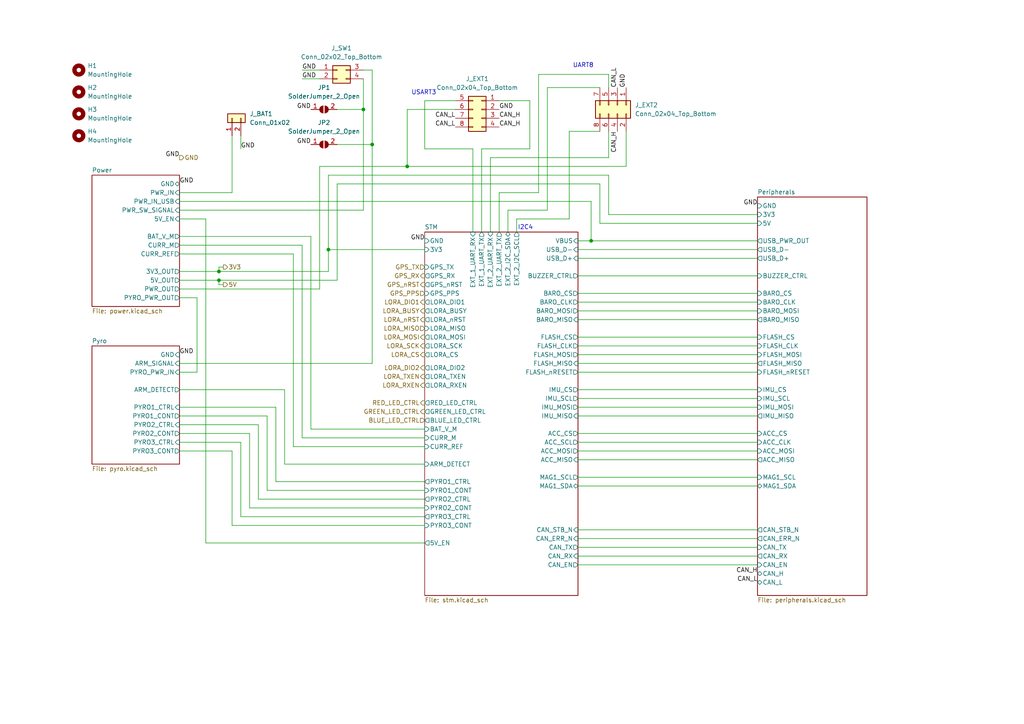
<source format=kicad_sch>
(kicad_sch
	(version 20231120)
	(generator "eeschema")
	(generator_version "8.0")
	(uuid "fd60c396-7a95-4608-8059-a1737c5d025c")
	(paper "A4")
	(lib_symbols
		(symbol "Connector_Generic:Conn_01x02"
			(pin_names
				(offset 1.016) hide)
			(exclude_from_sim no)
			(in_bom yes)
			(on_board yes)
			(property "Reference" "J"
				(at 0 2.54 0)
				(effects
					(font
						(size 1.27 1.27)
					)
				)
			)
			(property "Value" "Conn_01x02"
				(at 0 -5.08 0)
				(effects
					(font
						(size 1.27 1.27)
					)
				)
			)
			(property "Footprint" ""
				(at 0 0 0)
				(effects
					(font
						(size 1.27 1.27)
					)
					(hide yes)
				)
			)
			(property "Datasheet" "~"
				(at 0 0 0)
				(effects
					(font
						(size 1.27 1.27)
					)
					(hide yes)
				)
			)
			(property "Description" "Generic connector, single row, 01x02, script generated (kicad-library-utils/schlib/autogen/connector/)"
				(at 0 0 0)
				(effects
					(font
						(size 1.27 1.27)
					)
					(hide yes)
				)
			)
			(property "ki_keywords" "connector"
				(at 0 0 0)
				(effects
					(font
						(size 1.27 1.27)
					)
					(hide yes)
				)
			)
			(property "ki_fp_filters" "Connector*:*_1x??_*"
				(at 0 0 0)
				(effects
					(font
						(size 1.27 1.27)
					)
					(hide yes)
				)
			)
			(symbol "Conn_01x02_1_1"
				(rectangle
					(start -1.27 -2.413)
					(end 0 -2.667)
					(stroke
						(width 0.1524)
						(type default)
					)
					(fill
						(type none)
					)
				)
				(rectangle
					(start -1.27 0.127)
					(end 0 -0.127)
					(stroke
						(width 0.1524)
						(type default)
					)
					(fill
						(type none)
					)
				)
				(rectangle
					(start -1.27 1.27)
					(end 1.27 -3.81)
					(stroke
						(width 0.254)
						(type default)
					)
					(fill
						(type background)
					)
				)
				(pin passive line
					(at -5.08 0 0)
					(length 3.81)
					(name "Pin_1"
						(effects
							(font
								(size 1.27 1.27)
							)
						)
					)
					(number "1"
						(effects
							(font
								(size 1.27 1.27)
							)
						)
					)
				)
				(pin passive line
					(at -5.08 -2.54 0)
					(length 3.81)
					(name "Pin_2"
						(effects
							(font
								(size 1.27 1.27)
							)
						)
					)
					(number "2"
						(effects
							(font
								(size 1.27 1.27)
							)
						)
					)
				)
			)
		)
		(symbol "Connector_Generic:Conn_02x02_Top_Bottom"
			(pin_names
				(offset 1.016) hide)
			(exclude_from_sim no)
			(in_bom yes)
			(on_board yes)
			(property "Reference" "J"
				(at 1.27 2.54 0)
				(effects
					(font
						(size 1.27 1.27)
					)
				)
			)
			(property "Value" "Conn_02x02_Top_Bottom"
				(at 1.27 -5.08 0)
				(effects
					(font
						(size 1.27 1.27)
					)
				)
			)
			(property "Footprint" ""
				(at 0 0 0)
				(effects
					(font
						(size 1.27 1.27)
					)
					(hide yes)
				)
			)
			(property "Datasheet" "~"
				(at 0 0 0)
				(effects
					(font
						(size 1.27 1.27)
					)
					(hide yes)
				)
			)
			(property "Description" "Generic connector, double row, 02x02, top/bottom pin numbering scheme (row 1: 1...pins_per_row, row2: pins_per_row+1 ... num_pins), script generated (kicad-library-utils/schlib/autogen/connector/)"
				(at 0 0 0)
				(effects
					(font
						(size 1.27 1.27)
					)
					(hide yes)
				)
			)
			(property "ki_keywords" "connector"
				(at 0 0 0)
				(effects
					(font
						(size 1.27 1.27)
					)
					(hide yes)
				)
			)
			(property "ki_fp_filters" "Connector*:*_2x??_*"
				(at 0 0 0)
				(effects
					(font
						(size 1.27 1.27)
					)
					(hide yes)
				)
			)
			(symbol "Conn_02x02_Top_Bottom_1_1"
				(rectangle
					(start -1.27 -2.413)
					(end 0 -2.667)
					(stroke
						(width 0.1524)
						(type default)
					)
					(fill
						(type none)
					)
				)
				(rectangle
					(start -1.27 0.127)
					(end 0 -0.127)
					(stroke
						(width 0.1524)
						(type default)
					)
					(fill
						(type none)
					)
				)
				(rectangle
					(start -1.27 1.27)
					(end 3.81 -3.81)
					(stroke
						(width 0.254)
						(type default)
					)
					(fill
						(type background)
					)
				)
				(rectangle
					(start 3.81 -2.413)
					(end 2.54 -2.667)
					(stroke
						(width 0.1524)
						(type default)
					)
					(fill
						(type none)
					)
				)
				(rectangle
					(start 3.81 0.127)
					(end 2.54 -0.127)
					(stroke
						(width 0.1524)
						(type default)
					)
					(fill
						(type none)
					)
				)
				(pin passive line
					(at -5.08 0 0)
					(length 3.81)
					(name "Pin_1"
						(effects
							(font
								(size 1.27 1.27)
							)
						)
					)
					(number "1"
						(effects
							(font
								(size 1.27 1.27)
							)
						)
					)
				)
				(pin passive line
					(at -5.08 -2.54 0)
					(length 3.81)
					(name "Pin_2"
						(effects
							(font
								(size 1.27 1.27)
							)
						)
					)
					(number "2"
						(effects
							(font
								(size 1.27 1.27)
							)
						)
					)
				)
				(pin passive line
					(at 7.62 0 180)
					(length 3.81)
					(name "Pin_3"
						(effects
							(font
								(size 1.27 1.27)
							)
						)
					)
					(number "3"
						(effects
							(font
								(size 1.27 1.27)
							)
						)
					)
				)
				(pin passive line
					(at 7.62 -2.54 180)
					(length 3.81)
					(name "Pin_4"
						(effects
							(font
								(size 1.27 1.27)
							)
						)
					)
					(number "4"
						(effects
							(font
								(size 1.27 1.27)
							)
						)
					)
				)
			)
		)
		(symbol "Connector_Generic:Conn_02x04_Odd_Even"
			(pin_names
				(offset 1.016) hide)
			(exclude_from_sim no)
			(in_bom yes)
			(on_board yes)
			(property "Reference" "J"
				(at 1.27 5.08 0)
				(effects
					(font
						(size 1.27 1.27)
					)
				)
			)
			(property "Value" "Conn_02x04_Odd_Even"
				(at 1.27 -7.62 0)
				(effects
					(font
						(size 1.27 1.27)
					)
				)
			)
			(property "Footprint" ""
				(at 0 0 0)
				(effects
					(font
						(size 1.27 1.27)
					)
					(hide yes)
				)
			)
			(property "Datasheet" "~"
				(at 0 0 0)
				(effects
					(font
						(size 1.27 1.27)
					)
					(hide yes)
				)
			)
			(property "Description" "Generic connector, double row, 02x04, odd/even pin numbering scheme (row 1 odd numbers, row 2 even numbers), script generated (kicad-library-utils/schlib/autogen/connector/)"
				(at 0 0 0)
				(effects
					(font
						(size 1.27 1.27)
					)
					(hide yes)
				)
			)
			(property "ki_keywords" "connector"
				(at 0 0 0)
				(effects
					(font
						(size 1.27 1.27)
					)
					(hide yes)
				)
			)
			(property "ki_fp_filters" "Connector*:*_2x??_*"
				(at 0 0 0)
				(effects
					(font
						(size 1.27 1.27)
					)
					(hide yes)
				)
			)
			(symbol "Conn_02x04_Odd_Even_1_1"
				(rectangle
					(start -1.27 -4.953)
					(end 0 -5.207)
					(stroke
						(width 0.1524)
						(type default)
					)
					(fill
						(type none)
					)
				)
				(rectangle
					(start -1.27 -2.413)
					(end 0 -2.667)
					(stroke
						(width 0.1524)
						(type default)
					)
					(fill
						(type none)
					)
				)
				(rectangle
					(start -1.27 0.127)
					(end 0 -0.127)
					(stroke
						(width 0.1524)
						(type default)
					)
					(fill
						(type none)
					)
				)
				(rectangle
					(start -1.27 2.667)
					(end 0 2.413)
					(stroke
						(width 0.1524)
						(type default)
					)
					(fill
						(type none)
					)
				)
				(rectangle
					(start -1.27 3.81)
					(end 3.81 -6.35)
					(stroke
						(width 0.254)
						(type default)
					)
					(fill
						(type background)
					)
				)
				(rectangle
					(start 3.81 -4.953)
					(end 2.54 -5.207)
					(stroke
						(width 0.1524)
						(type default)
					)
					(fill
						(type none)
					)
				)
				(rectangle
					(start 3.81 -2.413)
					(end 2.54 -2.667)
					(stroke
						(width 0.1524)
						(type default)
					)
					(fill
						(type none)
					)
				)
				(rectangle
					(start 3.81 0.127)
					(end 2.54 -0.127)
					(stroke
						(width 0.1524)
						(type default)
					)
					(fill
						(type none)
					)
				)
				(rectangle
					(start 3.81 2.667)
					(end 2.54 2.413)
					(stroke
						(width 0.1524)
						(type default)
					)
					(fill
						(type none)
					)
				)
				(pin passive line
					(at -5.08 2.54 0)
					(length 3.81)
					(name "Pin_1"
						(effects
							(font
								(size 1.27 1.27)
							)
						)
					)
					(number "1"
						(effects
							(font
								(size 1.27 1.27)
							)
						)
					)
				)
				(pin passive line
					(at 7.62 2.54 180)
					(length 3.81)
					(name "Pin_2"
						(effects
							(font
								(size 1.27 1.27)
							)
						)
					)
					(number "2"
						(effects
							(font
								(size 1.27 1.27)
							)
						)
					)
				)
				(pin passive line
					(at -5.08 0 0)
					(length 3.81)
					(name "Pin_3"
						(effects
							(font
								(size 1.27 1.27)
							)
						)
					)
					(number "3"
						(effects
							(font
								(size 1.27 1.27)
							)
						)
					)
				)
				(pin passive line
					(at 7.62 0 180)
					(length 3.81)
					(name "Pin_4"
						(effects
							(font
								(size 1.27 1.27)
							)
						)
					)
					(number "4"
						(effects
							(font
								(size 1.27 1.27)
							)
						)
					)
				)
				(pin passive line
					(at -5.08 -2.54 0)
					(length 3.81)
					(name "Pin_5"
						(effects
							(font
								(size 1.27 1.27)
							)
						)
					)
					(number "5"
						(effects
							(font
								(size 1.27 1.27)
							)
						)
					)
				)
				(pin passive line
					(at 7.62 -2.54 180)
					(length 3.81)
					(name "Pin_6"
						(effects
							(font
								(size 1.27 1.27)
							)
						)
					)
					(number "6"
						(effects
							(font
								(size 1.27 1.27)
							)
						)
					)
				)
				(pin passive line
					(at -5.08 -5.08 0)
					(length 3.81)
					(name "Pin_7"
						(effects
							(font
								(size 1.27 1.27)
							)
						)
					)
					(number "7"
						(effects
							(font
								(size 1.27 1.27)
							)
						)
					)
				)
				(pin passive line
					(at 7.62 -5.08 180)
					(length 3.81)
					(name "Pin_8"
						(effects
							(font
								(size 1.27 1.27)
							)
						)
					)
					(number "8"
						(effects
							(font
								(size 1.27 1.27)
							)
						)
					)
				)
			)
		)
		(symbol "Connector_Generic:Conn_02x04_Top_Bottom"
			(pin_names
				(offset 1.016) hide)
			(exclude_from_sim no)
			(in_bom yes)
			(on_board yes)
			(property "Reference" "J"
				(at 1.27 5.08 0)
				(effects
					(font
						(size 1.27 1.27)
					)
				)
			)
			(property "Value" "Conn_02x04_Top_Bottom"
				(at 1.27 -7.62 0)
				(effects
					(font
						(size 1.27 1.27)
					)
				)
			)
			(property "Footprint" ""
				(at 0 0 0)
				(effects
					(font
						(size 1.27 1.27)
					)
					(hide yes)
				)
			)
			(property "Datasheet" "~"
				(at 0 0 0)
				(effects
					(font
						(size 1.27 1.27)
					)
					(hide yes)
				)
			)
			(property "Description" "Generic connector, double row, 02x04, top/bottom pin numbering scheme (row 1: 1...pins_per_row, row2: pins_per_row+1 ... num_pins), script generated (kicad-library-utils/schlib/autogen/connector/)"
				(at 0 0 0)
				(effects
					(font
						(size 1.27 1.27)
					)
					(hide yes)
				)
			)
			(property "ki_keywords" "connector"
				(at 0 0 0)
				(effects
					(font
						(size 1.27 1.27)
					)
					(hide yes)
				)
			)
			(property "ki_fp_filters" "Connector*:*_2x??_*"
				(at 0 0 0)
				(effects
					(font
						(size 1.27 1.27)
					)
					(hide yes)
				)
			)
			(symbol "Conn_02x04_Top_Bottom_1_1"
				(rectangle
					(start -1.27 -4.953)
					(end 0 -5.207)
					(stroke
						(width 0.1524)
						(type default)
					)
					(fill
						(type none)
					)
				)
				(rectangle
					(start -1.27 -2.413)
					(end 0 -2.667)
					(stroke
						(width 0.1524)
						(type default)
					)
					(fill
						(type none)
					)
				)
				(rectangle
					(start -1.27 0.127)
					(end 0 -0.127)
					(stroke
						(width 0.1524)
						(type default)
					)
					(fill
						(type none)
					)
				)
				(rectangle
					(start -1.27 2.667)
					(end 0 2.413)
					(stroke
						(width 0.1524)
						(type default)
					)
					(fill
						(type none)
					)
				)
				(rectangle
					(start -1.27 3.81)
					(end 3.81 -6.35)
					(stroke
						(width 0.254)
						(type default)
					)
					(fill
						(type background)
					)
				)
				(rectangle
					(start 3.81 -4.953)
					(end 2.54 -5.207)
					(stroke
						(width 0.1524)
						(type default)
					)
					(fill
						(type none)
					)
				)
				(rectangle
					(start 3.81 -2.413)
					(end 2.54 -2.667)
					(stroke
						(width 0.1524)
						(type default)
					)
					(fill
						(type none)
					)
				)
				(rectangle
					(start 3.81 0.127)
					(end 2.54 -0.127)
					(stroke
						(width 0.1524)
						(type default)
					)
					(fill
						(type none)
					)
				)
				(rectangle
					(start 3.81 2.667)
					(end 2.54 2.413)
					(stroke
						(width 0.1524)
						(type default)
					)
					(fill
						(type none)
					)
				)
				(pin passive line
					(at -5.08 2.54 0)
					(length 3.81)
					(name "Pin_1"
						(effects
							(font
								(size 1.27 1.27)
							)
						)
					)
					(number "1"
						(effects
							(font
								(size 1.27 1.27)
							)
						)
					)
				)
				(pin passive line
					(at -5.08 0 0)
					(length 3.81)
					(name "Pin_2"
						(effects
							(font
								(size 1.27 1.27)
							)
						)
					)
					(number "2"
						(effects
							(font
								(size 1.27 1.27)
							)
						)
					)
				)
				(pin passive line
					(at -5.08 -2.54 0)
					(length 3.81)
					(name "Pin_3"
						(effects
							(font
								(size 1.27 1.27)
							)
						)
					)
					(number "3"
						(effects
							(font
								(size 1.27 1.27)
							)
						)
					)
				)
				(pin passive line
					(at -5.08 -5.08 0)
					(length 3.81)
					(name "Pin_4"
						(effects
							(font
								(size 1.27 1.27)
							)
						)
					)
					(number "4"
						(effects
							(font
								(size 1.27 1.27)
							)
						)
					)
				)
				(pin passive line
					(at 7.62 2.54 180)
					(length 3.81)
					(name "Pin_5"
						(effects
							(font
								(size 1.27 1.27)
							)
						)
					)
					(number "5"
						(effects
							(font
								(size 1.27 1.27)
							)
						)
					)
				)
				(pin passive line
					(at 7.62 0 180)
					(length 3.81)
					(name "Pin_6"
						(effects
							(font
								(size 1.27 1.27)
							)
						)
					)
					(number "6"
						(effects
							(font
								(size 1.27 1.27)
							)
						)
					)
				)
				(pin passive line
					(at 7.62 -2.54 180)
					(length 3.81)
					(name "Pin_7"
						(effects
							(font
								(size 1.27 1.27)
							)
						)
					)
					(number "7"
						(effects
							(font
								(size 1.27 1.27)
							)
						)
					)
				)
				(pin passive line
					(at 7.62 -5.08 180)
					(length 3.81)
					(name "Pin_8"
						(effects
							(font
								(size 1.27 1.27)
							)
						)
					)
					(number "8"
						(effects
							(font
								(size 1.27 1.27)
							)
						)
					)
				)
			)
		)
		(symbol "Jumper:SolderJumper_2_Open"
			(pin_names
				(offset 0) hide)
			(exclude_from_sim no)
			(in_bom yes)
			(on_board yes)
			(property "Reference" "JP"
				(at 0 2.032 0)
				(effects
					(font
						(size 1.27 1.27)
					)
				)
			)
			(property "Value" "SolderJumper_2_Open"
				(at 0 -2.54 0)
				(effects
					(font
						(size 1.27 1.27)
					)
				)
			)
			(property "Footprint" ""
				(at 0 0 0)
				(effects
					(font
						(size 1.27 1.27)
					)
					(hide yes)
				)
			)
			(property "Datasheet" "~"
				(at 0 0 0)
				(effects
					(font
						(size 1.27 1.27)
					)
					(hide yes)
				)
			)
			(property "Description" "Solder Jumper, 2-pole, open"
				(at 0 0 0)
				(effects
					(font
						(size 1.27 1.27)
					)
					(hide yes)
				)
			)
			(property "ki_keywords" "solder jumper SPST"
				(at 0 0 0)
				(effects
					(font
						(size 1.27 1.27)
					)
					(hide yes)
				)
			)
			(property "ki_fp_filters" "SolderJumper*Open*"
				(at 0 0 0)
				(effects
					(font
						(size 1.27 1.27)
					)
					(hide yes)
				)
			)
			(symbol "SolderJumper_2_Open_0_1"
				(arc
					(start -0.254 1.016)
					(mid -1.2656 0)
					(end -0.254 -1.016)
					(stroke
						(width 0)
						(type default)
					)
					(fill
						(type none)
					)
				)
				(arc
					(start -0.254 1.016)
					(mid -1.2656 0)
					(end -0.254 -1.016)
					(stroke
						(width 0)
						(type default)
					)
					(fill
						(type outline)
					)
				)
				(polyline
					(pts
						(xy -0.254 1.016) (xy -0.254 -1.016)
					)
					(stroke
						(width 0)
						(type default)
					)
					(fill
						(type none)
					)
				)
				(polyline
					(pts
						(xy 0.254 1.016) (xy 0.254 -1.016)
					)
					(stroke
						(width 0)
						(type default)
					)
					(fill
						(type none)
					)
				)
				(arc
					(start 0.254 -1.016)
					(mid 1.2656 0)
					(end 0.254 1.016)
					(stroke
						(width 0)
						(type default)
					)
					(fill
						(type none)
					)
				)
				(arc
					(start 0.254 -1.016)
					(mid 1.2656 0)
					(end 0.254 1.016)
					(stroke
						(width 0)
						(type default)
					)
					(fill
						(type outline)
					)
				)
			)
			(symbol "SolderJumper_2_Open_1_1"
				(pin passive line
					(at -3.81 0 0)
					(length 2.54)
					(name "A"
						(effects
							(font
								(size 1.27 1.27)
							)
						)
					)
					(number "1"
						(effects
							(font
								(size 1.27 1.27)
							)
						)
					)
				)
				(pin passive line
					(at 3.81 0 180)
					(length 2.54)
					(name "B"
						(effects
							(font
								(size 1.27 1.27)
							)
						)
					)
					(number "2"
						(effects
							(font
								(size 1.27 1.27)
							)
						)
					)
				)
			)
		)
		(symbol "Mechanical:MountingHole"
			(pin_names
				(offset 1.016)
			)
			(exclude_from_sim no)
			(in_bom yes)
			(on_board yes)
			(property "Reference" "H"
				(at 0 5.08 0)
				(effects
					(font
						(size 1.27 1.27)
					)
				)
			)
			(property "Value" "MountingHole"
				(at 0 3.175 0)
				(effects
					(font
						(size 1.27 1.27)
					)
				)
			)
			(property "Footprint" ""
				(at 0 0 0)
				(effects
					(font
						(size 1.27 1.27)
					)
					(hide yes)
				)
			)
			(property "Datasheet" "~"
				(at 0 0 0)
				(effects
					(font
						(size 1.27 1.27)
					)
					(hide yes)
				)
			)
			(property "Description" "Mounting Hole without connection"
				(at 0 0 0)
				(effects
					(font
						(size 1.27 1.27)
					)
					(hide yes)
				)
			)
			(property "ki_keywords" "mounting hole"
				(at 0 0 0)
				(effects
					(font
						(size 1.27 1.27)
					)
					(hide yes)
				)
			)
			(property "ki_fp_filters" "MountingHole*"
				(at 0 0 0)
				(effects
					(font
						(size 1.27 1.27)
					)
					(hide yes)
				)
			)
			(symbol "MountingHole_0_1"
				(circle
					(center 0 0)
					(radius 1.27)
					(stroke
						(width 1.27)
						(type default)
					)
					(fill
						(type none)
					)
				)
			)
		)
	)
	(junction
		(at 171.45 69.85)
		(diameter 0)
		(color 0 0 0 0)
		(uuid "0005e8f4-7cf7-4f0f-8d4c-0a4811264f0b")
	)
	(junction
		(at 63.5 81.28)
		(diameter 0)
		(color 0 0 0 0)
		(uuid "757b9819-7cd3-4035-ba7e-496a1fa50eb6")
	)
	(junction
		(at 107.95 41.91)
		(diameter 0)
		(color 0 0 0 0)
		(uuid "7af96111-ec57-4307-8d58-9ebeb2c51cfb")
	)
	(junction
		(at 118.11 48.26)
		(diameter 0)
		(color 0 0 0 0)
		(uuid "96056c5d-3c78-492d-9dff-d14fde1eab4f")
	)
	(junction
		(at 63.5 78.74)
		(diameter 0)
		(color 0 0 0 0)
		(uuid "9605ede4-1c91-40cb-8a20-5c920be0e9dd")
	)
	(junction
		(at 95.25 72.39)
		(diameter 0)
		(color 0 0 0 0)
		(uuid "971da225-f32d-4034-aef6-c25f09afa7d9")
	)
	(junction
		(at 105.41 31.75)
		(diameter 0)
		(color 0 0 0 0)
		(uuid "982ded09-55b8-4ed3-8747-9d0ada4f08f7")
	)
	(wire
		(pts
			(xy 123.19 43.18) (xy 137.16 43.18)
		)
		(stroke
			(width 0)
			(type default)
		)
		(uuid "0479d969-d8f4-40cc-a591-f7d49709ce11")
	)
	(wire
		(pts
			(xy 95.25 78.74) (xy 63.5 78.74)
		)
		(stroke
			(width 0)
			(type default)
		)
		(uuid "05ac465e-acf7-4c23-9a35-2e2115df0723")
	)
	(wire
		(pts
			(xy 144.78 67.31) (xy 144.78 55.88)
		)
		(stroke
			(width 0)
			(type default)
		)
		(uuid "063c5943-bb33-4bb6-8361-b4fe73a76eba")
	)
	(wire
		(pts
			(xy 167.64 130.81) (xy 219.71 130.81)
		)
		(stroke
			(width 0)
			(type default)
		)
		(uuid "0932c1f2-93d8-4338-bc6d-3cf4efa88aac")
	)
	(wire
		(pts
			(xy 80.01 139.7) (xy 123.19 139.7)
		)
		(stroke
			(width 0)
			(type default)
		)
		(uuid "0d542710-6d03-48c3-9f84-2795e21681f7")
	)
	(wire
		(pts
			(xy 167.64 161.29) (xy 219.71 161.29)
		)
		(stroke
			(width 0)
			(type default)
		)
		(uuid "0d5cd21f-c029-42f7-90cc-1fb8817f211f")
	)
	(wire
		(pts
			(xy 173.99 53.34) (xy 97.79 53.34)
		)
		(stroke
			(width 0)
			(type default)
		)
		(uuid "0dc5616a-0004-4e50-b353-8ff8c730ffc3")
	)
	(wire
		(pts
			(xy 173.99 25.4) (xy 158.75 25.4)
		)
		(stroke
			(width 0)
			(type default)
		)
		(uuid "0de9a6cb-0792-40c4-89d2-413d3d426dd1")
	)
	(wire
		(pts
			(xy 69.85 39.37) (xy 69.85 43.18)
		)
		(stroke
			(width 0)
			(type default)
		)
		(uuid "0e09308a-04dc-4629-ad35-136da955e352")
	)
	(wire
		(pts
			(xy 63.5 78.74) (xy 52.07 78.74)
		)
		(stroke
			(width 0)
			(type default)
		)
		(uuid "0e9eba79-c3ac-4875-b366-a4615a9cd32f")
	)
	(wire
		(pts
			(xy 167.64 87.63) (xy 219.71 87.63)
		)
		(stroke
			(width 0)
			(type default)
		)
		(uuid "0fa08661-597c-47ac-9341-bcf075699492")
	)
	(wire
		(pts
			(xy 52.07 83.82) (xy 92.71 83.82)
		)
		(stroke
			(width 0)
			(type default)
		)
		(uuid "0fd67400-94de-4479-a8f8-b9d35ce8aae1")
	)
	(wire
		(pts
			(xy 167.64 105.41) (xy 219.71 105.41)
		)
		(stroke
			(width 0)
			(type default)
		)
		(uuid "165c122a-44e2-4e37-a666-7c37855c3b30")
	)
	(wire
		(pts
			(xy 167.64 90.17) (xy 219.71 90.17)
		)
		(stroke
			(width 0)
			(type default)
		)
		(uuid "17152fb7-247c-4161-975f-00aea8cd802d")
	)
	(wire
		(pts
			(xy 176.53 62.23) (xy 219.71 62.23)
		)
		(stroke
			(width 0)
			(type default)
		)
		(uuid "182a2e27-89ea-41e8-9dc0-5b9169178026")
	)
	(wire
		(pts
			(xy 167.64 156.21) (xy 219.71 156.21)
		)
		(stroke
			(width 0)
			(type default)
		)
		(uuid "185f8021-13a3-4337-b53e-e5143d19054f")
	)
	(wire
		(pts
			(xy 90.17 124.46) (xy 123.19 124.46)
		)
		(stroke
			(width 0)
			(type default)
		)
		(uuid "18f13c0f-ea5b-4355-a096-ebab69d8a3a7")
	)
	(wire
		(pts
			(xy 95.25 50.8) (xy 95.25 72.39)
		)
		(stroke
			(width 0)
			(type default)
		)
		(uuid "1ba05d58-0f1e-461b-8d94-5aeb458d1486")
	)
	(wire
		(pts
			(xy 97.79 41.91) (xy 107.95 41.91)
		)
		(stroke
			(width 0)
			(type default)
		)
		(uuid "1e4667a4-facf-4af9-8dfe-746ee9bede0d")
	)
	(wire
		(pts
			(xy 176.53 50.8) (xy 176.53 62.23)
		)
		(stroke
			(width 0)
			(type default)
		)
		(uuid "1f312c30-ced8-49c2-8628-acc64702ade6")
	)
	(wire
		(pts
			(xy 167.64 158.75) (xy 219.71 158.75)
		)
		(stroke
			(width 0)
			(type default)
		)
		(uuid "205e42ab-d5e0-4d60-8b8f-69dbaed85460")
	)
	(wire
		(pts
			(xy 57.15 86.36) (xy 57.15 107.95)
		)
		(stroke
			(width 0)
			(type default)
		)
		(uuid "2246586f-7e2a-4989-beb3-548c74945241")
	)
	(wire
		(pts
			(xy 92.71 48.26) (xy 118.11 48.26)
		)
		(stroke
			(width 0)
			(type default)
		)
		(uuid "26b018b1-d598-4a23-b894-9a6cf9f858ea")
	)
	(wire
		(pts
			(xy 87.63 20.32) (xy 92.71 20.32)
		)
		(stroke
			(width 0)
			(type default)
		)
		(uuid "29b7498c-9c97-48bc-a295-d4443ecae31e")
	)
	(wire
		(pts
			(xy 97.79 81.28) (xy 97.79 53.34)
		)
		(stroke
			(width 0)
			(type default)
		)
		(uuid "2c0e75a3-be81-4bac-a059-050cd5b15151")
	)
	(wire
		(pts
			(xy 176.53 25.4) (xy 176.53 21.59)
		)
		(stroke
			(width 0)
			(type default)
		)
		(uuid "2c8491fc-2c3c-4dd4-b5aa-134867b0ce01")
	)
	(wire
		(pts
			(xy 52.07 113.03) (xy 82.55 113.03)
		)
		(stroke
			(width 0)
			(type default)
		)
		(uuid "2de45733-efc4-4aeb-8812-005abd061ff4")
	)
	(wire
		(pts
			(xy 167.64 115.57) (xy 219.71 115.57)
		)
		(stroke
			(width 0)
			(type default)
		)
		(uuid "3265a0a3-5c6a-4113-a36f-564c0ebff853")
	)
	(wire
		(pts
			(xy 74.93 123.19) (xy 52.07 123.19)
		)
		(stroke
			(width 0)
			(type default)
		)
		(uuid "348da0de-dedb-4a77-ae29-925bc8235fc0")
	)
	(wire
		(pts
			(xy 90.17 68.58) (xy 90.17 124.46)
		)
		(stroke
			(width 0)
			(type default)
		)
		(uuid "34a9b397-e229-4175-bc65-df37db8eedd4")
	)
	(wire
		(pts
			(xy 52.07 130.81) (xy 67.31 130.81)
		)
		(stroke
			(width 0)
			(type default)
		)
		(uuid "36ccf702-81a8-4e7b-aafb-b5ea248382d6")
	)
	(wire
		(pts
			(xy 123.19 144.78) (xy 74.93 144.78)
		)
		(stroke
			(width 0)
			(type default)
		)
		(uuid "37a5d6e6-ada3-4049-860c-e5dd26a40661")
	)
	(wire
		(pts
			(xy 82.55 134.62) (xy 123.19 134.62)
		)
		(stroke
			(width 0)
			(type default)
		)
		(uuid "393903af-4d3d-4027-a7a7-a19eb4729eb6")
	)
	(wire
		(pts
			(xy 52.07 120.65) (xy 77.47 120.65)
		)
		(stroke
			(width 0)
			(type default)
		)
		(uuid "3ad1bfaf-8e13-4e08-a9fb-caae70b7876f")
	)
	(wire
		(pts
			(xy 52.07 73.66) (xy 85.09 73.66)
		)
		(stroke
			(width 0)
			(type default)
		)
		(uuid "3c1e3baa-55c9-4b81-91dc-2131f4a2b7d0")
	)
	(wire
		(pts
			(xy 167.64 140.97) (xy 219.71 140.97)
		)
		(stroke
			(width 0)
			(type default)
		)
		(uuid "3f56d8a0-8676-4ee4-91c9-d856904c3bf3")
	)
	(wire
		(pts
			(xy 219.71 64.77) (xy 173.99 64.77)
		)
		(stroke
			(width 0)
			(type default)
		)
		(uuid "40c0d2a9-1a1a-49c6-be64-54f0a726e894")
	)
	(wire
		(pts
			(xy 87.63 127) (xy 87.63 71.12)
		)
		(stroke
			(width 0)
			(type default)
		)
		(uuid "43877e2c-5ec3-44e0-b252-268e0dbb02ce")
	)
	(wire
		(pts
			(xy 67.31 39.37) (xy 67.31 55.88)
		)
		(stroke
			(width 0)
			(type default)
		)
		(uuid "45e941e2-6317-4b61-a579-792ef24151a3")
	)
	(wire
		(pts
			(xy 167.64 128.27) (xy 219.71 128.27)
		)
		(stroke
			(width 0)
			(type default)
		)
		(uuid "470775cc-2a0d-48c2-b53a-597e6bbec945")
	)
	(wire
		(pts
			(xy 105.41 20.32) (xy 107.95 20.32)
		)
		(stroke
			(width 0)
			(type default)
		)
		(uuid "477fd803-0a3a-4fa2-b84e-2a2d38ac4933")
	)
	(wire
		(pts
			(xy 52.07 60.96) (xy 105.41 60.96)
		)
		(stroke
			(width 0)
			(type default)
		)
		(uuid "49681f98-2109-48bf-a8c1-8698a6e82e85")
	)
	(wire
		(pts
			(xy 167.64 163.83) (xy 219.71 163.83)
		)
		(stroke
			(width 0)
			(type default)
		)
		(uuid "49718d71-8dc5-4d74-98a2-6513a82262bc")
	)
	(wire
		(pts
			(xy 137.16 67.31) (xy 137.16 43.18)
		)
		(stroke
			(width 0)
			(type default)
		)
		(uuid "4ad511e4-320d-41b4-b051-5d41791541c4")
	)
	(wire
		(pts
			(xy 158.75 25.4) (xy 158.75 60.96)
		)
		(stroke
			(width 0)
			(type default)
		)
		(uuid "4aefbc6c-8caa-41ee-94ba-2b1968307d77")
	)
	(wire
		(pts
			(xy 77.47 120.65) (xy 77.47 142.24)
		)
		(stroke
			(width 0)
			(type default)
		)
		(uuid "4baf2753-aa58-46fe-b713-31d06b262b58")
	)
	(wire
		(pts
			(xy 105.41 60.96) (xy 105.41 31.75)
		)
		(stroke
			(width 0)
			(type default)
		)
		(uuid "4bc55a19-16f5-4fda-b243-27a1430008da")
	)
	(wire
		(pts
			(xy 85.09 129.54) (xy 123.19 129.54)
		)
		(stroke
			(width 0)
			(type default)
		)
		(uuid "4e3120ba-6ff8-411c-8271-06e4a5ecd8e3")
	)
	(wire
		(pts
			(xy 173.99 64.77) (xy 173.99 53.34)
		)
		(stroke
			(width 0)
			(type default)
		)
		(uuid "4e351234-bc3c-4f40-965d-df161631bbda")
	)
	(wire
		(pts
			(xy 167.64 133.35) (xy 219.71 133.35)
		)
		(stroke
			(width 0)
			(type default)
		)
		(uuid "4e6255a1-bc9f-4ae8-a105-02d73614259d")
	)
	(wire
		(pts
			(xy 92.71 83.82) (xy 92.71 48.26)
		)
		(stroke
			(width 0)
			(type default)
		)
		(uuid "4fe67f01-b661-4d00-ad54-2f8c698f0f16")
	)
	(wire
		(pts
			(xy 87.63 22.86) (xy 92.71 22.86)
		)
		(stroke
			(width 0)
			(type default)
		)
		(uuid "5131ab1c-d24b-42a7-8d0a-6a769e4362ba")
	)
	(wire
		(pts
			(xy 67.31 152.4) (xy 123.19 152.4)
		)
		(stroke
			(width 0)
			(type default)
		)
		(uuid "5384bb7e-c08f-4039-8e9a-a2e3459804e3")
	)
	(wire
		(pts
			(xy 142.24 45.72) (xy 176.53 45.72)
		)
		(stroke
			(width 0)
			(type default)
		)
		(uuid "54a8d791-0953-4ea7-a953-9c13285d734c")
	)
	(wire
		(pts
			(xy 72.39 125.73) (xy 72.39 147.32)
		)
		(stroke
			(width 0)
			(type default)
		)
		(uuid "55d6f3c1-c3fc-4544-a577-786303f6f0fc")
	)
	(wire
		(pts
			(xy 72.39 147.32) (xy 123.19 147.32)
		)
		(stroke
			(width 0)
			(type default)
		)
		(uuid "58a0ab4c-37e1-43e8-81f1-3463ca3b3b82")
	)
	(wire
		(pts
			(xy 158.75 60.96) (xy 147.32 60.96)
		)
		(stroke
			(width 0)
			(type default)
		)
		(uuid "59d0e842-9920-457c-b2c9-0ab5d6c45f3f")
	)
	(wire
		(pts
			(xy 123.19 127) (xy 87.63 127)
		)
		(stroke
			(width 0)
			(type default)
		)
		(uuid "61f2fdb0-1baf-46e0-88b4-bd3c04efb145")
	)
	(wire
		(pts
			(xy 139.7 43.18) (xy 153.67 43.18)
		)
		(stroke
			(width 0)
			(type default)
		)
		(uuid "62ac1ae5-0cef-4547-ada3-d8b68a11417d")
	)
	(wire
		(pts
			(xy 123.19 43.18) (xy 123.19 29.21)
		)
		(stroke
			(width 0)
			(type default)
		)
		(uuid "641a8ffa-72be-41c7-93bd-5071db402a2c")
	)
	(wire
		(pts
			(xy 63.5 81.28) (xy 97.79 81.28)
		)
		(stroke
			(width 0)
			(type default)
		)
		(uuid "647cc03a-00cb-4980-b7c9-082d3dfe447d")
	)
	(wire
		(pts
			(xy 95.25 72.39) (xy 95.25 78.74)
		)
		(stroke
			(width 0)
			(type default)
		)
		(uuid "65b6c4dd-b3b9-42d8-83c3-a086e5ac4ddc")
	)
	(wire
		(pts
			(xy 167.64 125.73) (xy 219.71 125.73)
		)
		(stroke
			(width 0)
			(type default)
		)
		(uuid "69e2d83d-a289-4322-81d3-d79e10825f00")
	)
	(wire
		(pts
			(xy 87.63 71.12) (xy 52.07 71.12)
		)
		(stroke
			(width 0)
			(type default)
		)
		(uuid "6bfd9db4-f248-40e9-a301-0f00d333013f")
	)
	(wire
		(pts
			(xy 156.21 21.59) (xy 176.53 21.59)
		)
		(stroke
			(width 0)
			(type default)
		)
		(uuid "6e2d1019-45be-4059-8df6-cd38ab063a92")
	)
	(wire
		(pts
			(xy 167.64 97.79) (xy 219.71 97.79)
		)
		(stroke
			(width 0)
			(type default)
		)
		(uuid "6ec97720-e76b-47d7-8b5b-d99aee8730c3")
	)
	(wire
		(pts
			(xy 52.07 105.41) (xy 107.95 105.41)
		)
		(stroke
			(width 0)
			(type default)
		)
		(uuid "6f1ac354-0574-40ce-afac-c9b561321e9c")
	)
	(wire
		(pts
			(xy 118.11 31.75) (xy 118.11 48.26)
		)
		(stroke
			(width 0)
			(type default)
		)
		(uuid "6ffaaf09-2967-4317-9256-6d9520dc501a")
	)
	(wire
		(pts
			(xy 95.25 50.8) (xy 176.53 50.8)
		)
		(stroke
			(width 0)
			(type default)
		)
		(uuid "703a3b05-fc05-4aa6-b84e-3a8c709bdbab")
	)
	(wire
		(pts
			(xy 167.64 153.67) (xy 219.71 153.67)
		)
		(stroke
			(width 0)
			(type default)
		)
		(uuid "75370ae3-b428-4539-b340-77a135308dc2")
	)
	(wire
		(pts
			(xy 52.07 125.73) (xy 72.39 125.73)
		)
		(stroke
			(width 0)
			(type default)
		)
		(uuid "772bb74d-acb2-41b3-8a50-0cf452c0c1e4")
	)
	(wire
		(pts
			(xy 167.64 138.43) (xy 219.71 138.43)
		)
		(stroke
			(width 0)
			(type default)
		)
		(uuid "784009e9-7b34-48bf-8e1c-24d45b576e66")
	)
	(wire
		(pts
			(xy 77.47 142.24) (xy 123.19 142.24)
		)
		(stroke
			(width 0)
			(type default)
		)
		(uuid "79ac7b0d-0b0e-4a8c-aeeb-8700ff26768a")
	)
	(wire
		(pts
			(xy 142.24 45.72) (xy 142.24 67.31)
		)
		(stroke
			(width 0)
			(type default)
		)
		(uuid "7bee2c93-84e3-4b51-a20a-ed38ec767aa6")
	)
	(wire
		(pts
			(xy 167.64 102.87) (xy 219.71 102.87)
		)
		(stroke
			(width 0)
			(type default)
		)
		(uuid "7d22f5d3-56b2-472a-9194-a602e95b6196")
	)
	(wire
		(pts
			(xy 57.15 107.95) (xy 52.07 107.95)
		)
		(stroke
			(width 0)
			(type default)
		)
		(uuid "86133055-cd5e-4538-bbb6-8f6ce0bd1440")
	)
	(wire
		(pts
			(xy 67.31 130.81) (xy 67.31 152.4)
		)
		(stroke
			(width 0)
			(type default)
		)
		(uuid "86850b8e-c808-4e1f-bd32-50a3077a06fe")
	)
	(wire
		(pts
			(xy 82.55 113.03) (xy 82.55 134.62)
		)
		(stroke
			(width 0)
			(type default)
		)
		(uuid "88d49688-0770-44b9-b807-0e7ad9651d54")
	)
	(wire
		(pts
			(xy 107.95 20.32) (xy 107.95 41.91)
		)
		(stroke
			(width 0)
			(type default)
		)
		(uuid "8d106c00-f6b7-42cc-889f-61bb090000bf")
	)
	(wire
		(pts
			(xy 74.93 144.78) (xy 74.93 123.19)
		)
		(stroke
			(width 0)
			(type default)
		)
		(uuid "8f37b509-c3a6-4050-8c16-1fffefa8218b")
	)
	(wire
		(pts
			(xy 52.07 68.58) (xy 90.17 68.58)
		)
		(stroke
			(width 0)
			(type default)
		)
		(uuid "8f80782d-c611-4d3b-a621-7c48baf90b82")
	)
	(wire
		(pts
			(xy 147.32 60.96) (xy 147.32 67.31)
		)
		(stroke
			(width 0)
			(type default)
		)
		(uuid "93b52953-0861-44ee-bc5b-1eaa5e7f0bc9")
	)
	(wire
		(pts
			(xy 105.41 31.75) (xy 105.41 22.86)
		)
		(stroke
			(width 0)
			(type default)
		)
		(uuid "9409c5cf-e1d4-4fa2-8342-91d7fcfac1f1")
	)
	(wire
		(pts
			(xy 139.7 43.18) (xy 139.7 67.31)
		)
		(stroke
			(width 0)
			(type default)
		)
		(uuid "956c0b96-ff23-42c5-a14d-415545bcb503")
	)
	(wire
		(pts
			(xy 123.19 149.86) (xy 69.85 149.86)
		)
		(stroke
			(width 0)
			(type default)
		)
		(uuid "99b7eb18-031a-4a79-94a5-00ad74d0d743")
	)
	(wire
		(pts
			(xy 181.61 38.1) (xy 181.61 48.26)
		)
		(stroke
			(width 0)
			(type default)
		)
		(uuid "9fc7e9a8-5fc9-4501-8045-9f799c9026f3")
	)
	(wire
		(pts
			(xy 123.19 29.21) (xy 132.08 29.21)
		)
		(stroke
			(width 0)
			(type default)
		)
		(uuid "a3e80cdd-b019-4a3b-a9d7-aa07d8d730a2")
	)
	(wire
		(pts
			(xy 85.09 73.66) (xy 85.09 129.54)
		)
		(stroke
			(width 0)
			(type default)
		)
		(uuid "a85be2b9-4561-424f-bde9-da8520706993")
	)
	(wire
		(pts
			(xy 64.77 77.47) (xy 63.5 77.47)
		)
		(stroke
			(width 0)
			(type default)
		)
		(uuid "aaa42270-d865-4dd8-b71e-e3ec77b39845")
	)
	(wire
		(pts
			(xy 107.95 41.91) (xy 107.95 105.41)
		)
		(stroke
			(width 0)
			(type default)
		)
		(uuid "aca3c261-c594-484d-b4df-d053cc3e588e")
	)
	(wire
		(pts
			(xy 132.08 31.75) (xy 118.11 31.75)
		)
		(stroke
			(width 0)
			(type default)
		)
		(uuid "adb21c78-d66f-4f7e-b10d-d00dd68b96f2")
	)
	(wire
		(pts
			(xy 118.11 48.26) (xy 181.61 48.26)
		)
		(stroke
			(width 0)
			(type default)
		)
		(uuid "b0a748a9-ac0d-4d49-86f7-0176aad1acb6")
	)
	(wire
		(pts
			(xy 165.1 63.5) (xy 165.1 38.1)
		)
		(stroke
			(width 0)
			(type default)
		)
		(uuid "b390cb04-fdc6-4afb-8389-87d2c98b9883")
	)
	(wire
		(pts
			(xy 167.64 74.93) (xy 219.71 74.93)
		)
		(stroke
			(width 0)
			(type default)
		)
		(uuid "b42243d4-9440-41d1-ad4e-a506a597871f")
	)
	(wire
		(pts
			(xy 167.64 118.11) (xy 219.71 118.11)
		)
		(stroke
			(width 0)
			(type default)
		)
		(uuid "b45c672a-97d7-4ca0-943e-614889f84969")
	)
	(wire
		(pts
			(xy 167.64 92.71) (xy 219.71 92.71)
		)
		(stroke
			(width 0)
			(type default)
		)
		(uuid "b4f97396-2b91-4777-ba7d-b2644a1f59f7")
	)
	(wire
		(pts
			(xy 167.64 107.95) (xy 219.71 107.95)
		)
		(stroke
			(width 0)
			(type default)
		)
		(uuid "b5acfa02-caea-4c74-93e1-34a140cf28a8")
	)
	(wire
		(pts
			(xy 144.78 55.88) (xy 156.21 55.88)
		)
		(stroke
			(width 0)
			(type default)
		)
		(uuid "b7512422-b1b8-44c1-b6a6-92f0e0959198")
	)
	(wire
		(pts
			(xy 144.78 29.21) (xy 153.67 29.21)
		)
		(stroke
			(width 0)
			(type default)
		)
		(uuid "b8646881-d6ae-4b19-b31f-26b6fc1d4bc1")
	)
	(wire
		(pts
			(xy 80.01 118.11) (xy 80.01 139.7)
		)
		(stroke
			(width 0)
			(type default)
		)
		(uuid "bd872bbe-d790-4a81-a518-3171c9441c3d")
	)
	(wire
		(pts
			(xy 63.5 82.55) (xy 63.5 81.28)
		)
		(stroke
			(width 0)
			(type default)
		)
		(uuid "bf5d2399-ac17-46ab-8913-48e74f9ef7d2")
	)
	(wire
		(pts
			(xy 171.45 69.85) (xy 171.45 58.42)
		)
		(stroke
			(width 0)
			(type default)
		)
		(uuid "c0d272ee-ec58-45a4-bad9-e0929e27c468")
	)
	(wire
		(pts
			(xy 69.85 128.27) (xy 52.07 128.27)
		)
		(stroke
			(width 0)
			(type default)
		)
		(uuid "c2b56078-2f63-47c9-9f10-ea7e026c891d")
	)
	(wire
		(pts
			(xy 67.31 55.88) (xy 52.07 55.88)
		)
		(stroke
			(width 0)
			(type default)
		)
		(uuid "c3a28e43-4b2d-491c-aa71-69efd33813d1")
	)
	(wire
		(pts
			(xy 52.07 58.42) (xy 171.45 58.42)
		)
		(stroke
			(width 0)
			(type default)
		)
		(uuid "c54215af-99e1-4db2-a7a5-07215af0ccad")
	)
	(wire
		(pts
			(xy 167.64 120.65) (xy 219.71 120.65)
		)
		(stroke
			(width 0)
			(type default)
		)
		(uuid "c6b5bcc7-6b8b-4c82-89f4-31d6e05bd661")
	)
	(wire
		(pts
			(xy 167.64 113.03) (xy 219.71 113.03)
		)
		(stroke
			(width 0)
			(type default)
		)
		(uuid "c885d7c4-5819-4474-abe3-2234cec1fc05")
	)
	(wire
		(pts
			(xy 63.5 77.47) (xy 63.5 78.74)
		)
		(stroke
			(width 0)
			(type default)
		)
		(uuid "c92e9df8-a0f6-497d-89f8-8a853614323a")
	)
	(wire
		(pts
			(xy 167.64 69.85) (xy 171.45 69.85)
		)
		(stroke
			(width 0)
			(type default)
		)
		(uuid "cbdfcb87-acef-47e9-a734-ef9eb925c1cf")
	)
	(wire
		(pts
			(xy 52.07 86.36) (xy 57.15 86.36)
		)
		(stroke
			(width 0)
			(type default)
		)
		(uuid "cbf6ac7a-04e9-4125-b741-5d457258c72a")
	)
	(wire
		(pts
			(xy 176.53 45.72) (xy 176.53 38.1)
		)
		(stroke
			(width 0)
			(type default)
		)
		(uuid "cde2b066-eddb-44e9-8b8c-110f42785794")
	)
	(wire
		(pts
			(xy 167.64 72.39) (xy 219.71 72.39)
		)
		(stroke
			(width 0)
			(type default)
		)
		(uuid "d40d7f84-f956-4927-9f90-41f419912277")
	)
	(wire
		(pts
			(xy 149.86 67.31) (xy 149.86 63.5)
		)
		(stroke
			(width 0)
			(type default)
		)
		(uuid "d4f1e348-53a4-4600-a96d-f8c3df88222e")
	)
	(wire
		(pts
			(xy 59.69 157.48) (xy 123.19 157.48)
		)
		(stroke
			(width 0)
			(type default)
		)
		(uuid "d96a1a83-898d-4f7b-b5c1-c3ae53a15216")
	)
	(wire
		(pts
			(xy 64.77 82.55) (xy 63.5 82.55)
		)
		(stroke
			(width 0)
			(type default)
		)
		(uuid "db159fde-0f68-4912-b0ef-773045e5637c")
	)
	(wire
		(pts
			(xy 153.67 29.21) (xy 153.67 43.18)
		)
		(stroke
			(width 0)
			(type default)
		)
		(uuid "dda0b379-34f5-412e-a5ec-ce28b4ef3645")
	)
	(wire
		(pts
			(xy 167.64 80.01) (xy 219.71 80.01)
		)
		(stroke
			(width 0)
			(type default)
		)
		(uuid "de6f8e86-34fa-43a7-a1b3-5c9c294b7015")
	)
	(wire
		(pts
			(xy 167.64 100.33) (xy 219.71 100.33)
		)
		(stroke
			(width 0)
			(type default)
		)
		(uuid "de914a60-687c-4921-8ce2-8a7ebe77f439")
	)
	(wire
		(pts
			(xy 156.21 21.59) (xy 156.21 55.88)
		)
		(stroke
			(width 0)
			(type default)
		)
		(uuid "dee53f95-e81a-47b3-aed7-fef5fc62ad56")
	)
	(wire
		(pts
			(xy 149.86 63.5) (xy 165.1 63.5)
		)
		(stroke
			(width 0)
			(type default)
		)
		(uuid "dff181be-27b9-4978-b7d1-ab7bb655d264")
	)
	(wire
		(pts
			(xy 52.07 81.28) (xy 63.5 81.28)
		)
		(stroke
			(width 0)
			(type default)
		)
		(uuid "e0121178-7c60-4f28-85d7-b5375f89d2b6")
	)
	(wire
		(pts
			(xy 52.07 63.5) (xy 59.69 63.5)
		)
		(stroke
			(width 0)
			(type default)
		)
		(uuid "e0837ba8-2623-4f54-97f2-3dff0a6b71cf")
	)
	(wire
		(pts
			(xy 59.69 63.5) (xy 59.69 157.48)
		)
		(stroke
			(width 0)
			(type default)
		)
		(uuid "e2dbaadc-8099-42ee-bc3b-10e7788b7f7c")
	)
	(wire
		(pts
			(xy 69.85 149.86) (xy 69.85 128.27)
		)
		(stroke
			(width 0)
			(type default)
		)
		(uuid "e96611e7-7a8d-4407-bea1-84b8b7cfbf7d")
	)
	(wire
		(pts
			(xy 165.1 38.1) (xy 173.99 38.1)
		)
		(stroke
			(width 0)
			(type default)
		)
		(uuid "ea37397f-cbcc-4218-af26-e5d989251075")
	)
	(wire
		(pts
			(xy 52.07 118.11) (xy 80.01 118.11)
		)
		(stroke
			(width 0)
			(type default)
		)
		(uuid "eab50cfc-a7fb-49ee-8d4e-42414f7289a0")
	)
	(wire
		(pts
			(xy 167.64 85.09) (xy 219.71 85.09)
		)
		(stroke
			(width 0)
			(type default)
		)
		(uuid "f7f2fb85-8521-4301-98d1-3866ad830bc8")
	)
	(wire
		(pts
			(xy 97.79 31.75) (xy 105.41 31.75)
		)
		(stroke
			(width 0)
			(type default)
		)
		(uuid "fb33ee46-b7f7-4058-8062-e307599822d7")
	)
	(wire
		(pts
			(xy 95.25 72.39) (xy 123.19 72.39)
		)
		(stroke
			(width 0)
			(type default)
		)
		(uuid "fc25cab1-7451-4b78-bd29-43ee73a8e3f0")
	)
	(wire
		(pts
			(xy 171.45 69.85) (xy 219.71 69.85)
		)
		(stroke
			(width 0)
			(type default)
		)
		(uuid "fd35ebef-cc01-4277-bcb1-326d009588fa")
	)
	(text "UART8"
		(exclude_from_sim no)
		(at 169.164 19.05 0)
		(effects
			(font
				(size 1.27 1.27)
			)
		)
		(uuid "0c6104c4-4754-49ef-a5e3-408ec2137ac8")
	)
	(text "I2C4"
		(exclude_from_sim no)
		(at 152.4 66.04 0)
		(effects
			(font
				(size 1.27 1.27)
			)
		)
		(uuid "6425e8f7-2fe6-4259-88b2-1bdd6cc831dd")
	)
	(text "USART3"
		(exclude_from_sim no)
		(at 122.936 26.924 0)
		(effects
			(font
				(size 1.27 1.27)
			)
		)
		(uuid "7649e090-7a18-45be-9ab5-238cfa0a5629")
	)
	(label "GND"
		(at 69.85 43.18 0)
		(fields_autoplaced yes)
		(effects
			(font
				(size 1.27 1.27)
			)
			(justify left bottom)
		)
		(uuid "048c1191-0b43-4733-86c6-73e6f520dc25")
	)
	(label "GND"
		(at 219.71 59.69 180)
		(fields_autoplaced yes)
		(effects
			(font
				(size 1.27 1.27)
			)
			(justify right bottom)
		)
		(uuid "0dc715af-f948-454c-a33f-ca6f51dc2c82")
	)
	(label "CAN_L"
		(at 132.08 36.83 180)
		(fields_autoplaced yes)
		(effects
			(font
				(size 1.27 1.27)
			)
			(justify right bottom)
		)
		(uuid "1ac2549b-7a29-4640-b837-bd1840c48257")
	)
	(label "CAN_L"
		(at 179.07 25.4 90)
		(fields_autoplaced yes)
		(effects
			(font
				(size 1.27 1.27)
			)
			(justify left bottom)
		)
		(uuid "1f6043af-e317-464c-afcf-f4ac5e65ec66")
	)
	(label "GND"
		(at 144.78 31.75 0)
		(fields_autoplaced yes)
		(effects
			(font
				(size 1.27 1.27)
			)
			(justify left bottom)
		)
		(uuid "3151daca-fe65-4214-97e7-25051d00a732")
	)
	(label "CAN_L"
		(at 219.71 168.91 180)
		(fields_autoplaced yes)
		(effects
			(font
				(size 1.27 1.27)
			)
			(justify right bottom)
		)
		(uuid "482e8c3b-fbd7-4454-a400-249afdd556a1")
	)
	(label "CAN_L"
		(at 132.08 34.29 180)
		(fields_autoplaced yes)
		(effects
			(font
				(size 1.27 1.27)
			)
			(justify right bottom)
		)
		(uuid "54990ba3-09f5-4736-b2e7-5c219ae64500")
	)
	(label "GND"
		(at 52.07 102.87 0)
		(fields_autoplaced yes)
		(effects
			(font
				(size 1.27 1.27)
			)
			(justify left bottom)
		)
		(uuid "5ed812cd-0ef8-4a0c-a265-20c211229439")
	)
	(label "CAN_H"
		(at 144.78 36.83 0)
		(fields_autoplaced yes)
		(effects
			(font
				(size 1.27 1.27)
			)
			(justify left bottom)
		)
		(uuid "748ef768-9ae6-4ba8-aee6-e5a28cbf6d28")
	)
	(label "GND"
		(at 87.63 22.86 0)
		(fields_autoplaced yes)
		(effects
			(font
				(size 1.27 1.27)
			)
			(justify left bottom)
		)
		(uuid "95020b44-3d72-4f69-bf35-a34193994df2")
	)
	(label "GND"
		(at 52.07 53.34 0)
		(fields_autoplaced yes)
		(effects
			(font
				(size 1.27 1.27)
			)
			(justify left bottom)
		)
		(uuid "a758a1ab-b15c-4106-bd5c-9046ac187daf")
	)
	(label "GND"
		(at 90.17 41.91 180)
		(fields_autoplaced yes)
		(effects
			(font
				(size 1.27 1.27)
			)
			(justify right bottom)
		)
		(uuid "acb2f710-8799-40be-9fb2-7135a060aab3")
	)
	(label "GND"
		(at 123.19 69.85 180)
		(fields_autoplaced yes)
		(effects
			(font
				(size 1.27 1.27)
			)
			(justify right bottom)
		)
		(uuid "ad5b5a52-3a61-4076-a61a-de9f09a3bf2c")
	)
	(label "GND"
		(at 90.17 31.75 180)
		(fields_autoplaced yes)
		(effects
			(font
				(size 1.27 1.27)
			)
			(justify right bottom)
		)
		(uuid "c61a9f93-7b58-4095-90fb-aba6cdcd1ea6")
	)
	(label "CAN_H"
		(at 144.78 34.29 0)
		(fields_autoplaced yes)
		(effects
			(font
				(size 1.27 1.27)
			)
			(justify left bottom)
		)
		(uuid "dec80887-9520-44cd-b188-9eea4c253c25")
	)
	(label "GND"
		(at 87.63 20.32 0)
		(fields_autoplaced yes)
		(effects
			(font
				(size 1.27 1.27)
			)
			(justify left bottom)
		)
		(uuid "efd48b83-2272-4af5-89d1-e47755c083a6")
	)
	(label "GND"
		(at 52.07 45.72 180)
		(fields_autoplaced yes)
		(effects
			(font
				(size 1.27 1.27)
			)
			(justify right bottom)
		)
		(uuid "f1713d4b-d0d0-46c4-9fb4-8bbdfa891b29")
	)
	(label "GND"
		(at 181.61 25.4 90)
		(fields_autoplaced yes)
		(effects
			(font
				(size 1.27 1.27)
			)
			(justify left bottom)
		)
		(uuid "f782a936-37b3-4752-b9e7-1ed66d8451d7")
	)
	(label "CAN_H"
		(at 219.71 166.37 180)
		(fields_autoplaced yes)
		(effects
			(font
				(size 1.27 1.27)
			)
			(justify right bottom)
		)
		(uuid "f79ca423-3f43-428e-b554-aef3acb75f03")
	)
	(label "CAN_H"
		(at 179.07 38.1 270)
		(fields_autoplaced yes)
		(effects
			(font
				(size 1.27 1.27)
			)
			(justify right bottom)
		)
		(uuid "f8cac13f-a02d-45c9-86ee-5d8e1f7eb6e2")
	)
	(hierarchical_label "LORA_BUSY"
		(shape output)
		(at 123.19 90.17 180)
		(fields_autoplaced yes)
		(effects
			(font
				(size 1.27 1.27)
			)
			(justify right)
		)
		(uuid "058a37ba-8b48-4a1a-b308-c0cd8c624e37")
	)
	(hierarchical_label "GPS_TX"
		(shape input)
		(at 123.19 77.47 180)
		(fields_autoplaced yes)
		(effects
			(font
				(size 1.27 1.27)
			)
			(justify right)
		)
		(uuid "064bbfdf-0aa3-4cb8-92dc-fb8e574fba75")
	)
	(hierarchical_label "GPS_RX"
		(shape output)
		(at 123.19 80.01 180)
		(fields_autoplaced yes)
		(effects
			(font
				(size 1.27 1.27)
			)
			(justify right)
		)
		(uuid "07e17750-b7bb-4b02-981c-3474e0fa7c77")
	)
	(hierarchical_label "RED_LED_CTRL"
		(shape output)
		(at 123.19 116.84 180)
		(fields_autoplaced yes)
		(effects
			(font
				(size 1.27 1.27)
			)
			(justify right)
		)
		(uuid "1c1318bd-ce19-4610-a1cf-744ba30524d4")
	)
	(hierarchical_label "LORA_DIO2"
		(shape output)
		(at 123.19 106.68 180)
		(fields_autoplaced yes)
		(effects
			(font
				(size 1.27 1.27)
			)
			(justify right)
		)
		(uuid "1e5d932d-5e07-4eea-8478-c216c8824636")
	)
	(hierarchical_label "GREEN_LED_CTRL"
		(shape output)
		(at 123.19 119.38 180)
		(fields_autoplaced yes)
		(effects
			(font
				(size 1.27 1.27)
			)
			(justify right)
		)
		(uuid "420c459b-c26d-435b-ad6d-a13a25c3066c")
	)
	(hierarchical_label "GPS_nRST"
		(shape output)
		(at 123.19 82.55 180)
		(fields_autoplaced yes)
		(effects
			(font
				(size 1.27 1.27)
			)
			(justify right)
		)
		(uuid "563fbd3b-1e03-4cd2-952b-e4834c36b8a5")
	)
	(hierarchical_label "LORA_SCK"
		(shape output)
		(at 123.19 100.33 180)
		(fields_autoplaced yes)
		(effects
			(font
				(size 1.27 1.27)
			)
			(justify right)
		)
		(uuid "670fab89-2a24-4a10-ad61-8763383b1c37")
	)
	(hierarchical_label "LORA_MISO"
		(shape input)
		(at 123.19 95.25 180)
		(fields_autoplaced yes)
		(effects
			(font
				(size 1.27 1.27)
			)
			(justify right)
		)
		(uuid "672996a7-5b96-4db7-855b-aa39a78fb976")
	)
	(hierarchical_label "LORA_TXEN"
		(shape output)
		(at 123.19 109.22 180)
		(fields_autoplaced yes)
		(effects
			(font
				(size 1.27 1.27)
			)
			(justify right)
		)
		(uuid "72240366-6cf0-4b8b-8138-650938e1d762")
	)
	(hierarchical_label "LORA_MOSI"
		(shape output)
		(at 123.19 97.79 180)
		(fields_autoplaced yes)
		(effects
			(font
				(size 1.27 1.27)
			)
			(justify right)
		)
		(uuid "79863455-ef34-43de-b207-3dd858a89708")
	)
	(hierarchical_label "LORA_RXEN"
		(shape output)
		(at 123.19 111.76 180)
		(fields_autoplaced yes)
		(effects
			(font
				(size 1.27 1.27)
			)
			(justify right)
		)
		(uuid "9784fbbe-9462-40dc-85ac-3d7474ba34ac")
	)
	(hierarchical_label "GPS_PPS"
		(shape input)
		(at 123.19 85.09 180)
		(fields_autoplaced yes)
		(effects
			(font
				(size 1.27 1.27)
			)
			(justify right)
		)
		(uuid "9d07e6b9-0bbf-4ee1-9c1b-518ea5c13d92")
	)
	(hierarchical_label "GND"
		(shape output)
		(at 52.07 45.72 0)
		(fields_autoplaced yes)
		(effects
			(font
				(size 1.27 1.27)
			)
			(justify left)
		)
		(uuid "a3a2609e-d5ef-41ae-9800-fa59074c33fa")
	)
	(hierarchical_label "LORA_nRST"
		(shape output)
		(at 123.19 92.71 180)
		(fields_autoplaced yes)
		(effects
			(font
				(size 1.27 1.27)
			)
			(justify right)
		)
		(uuid "b304f5f4-0848-4e7d-a477-e0994cbea876")
	)
	(hierarchical_label "LORA_CS"
		(shape output)
		(at 123.19 102.87 180)
		(fields_autoplaced yes)
		(effects
			(font
				(size 1.27 1.27)
			)
			(justify right)
		)
		(uuid "b62192d7-6c4a-4102-b641-79fbd46b3135")
	)
	(hierarchical_label "LORA_DIO1"
		(shape output)
		(at 123.19 87.63 180)
		(fields_autoplaced yes)
		(effects
			(font
				(size 1.27 1.27)
			)
			(justify right)
		)
		(uuid "c9919dfe-9774-4c99-a0e3-4e9750d186df")
	)
	(hierarchical_label "BLUE_LED_CTRL"
		(shape input)
		(at 123.19 121.92 180)
		(fields_autoplaced yes)
		(effects
			(font
				(size 1.27 1.27)
			)
			(justify right)
		)
		(uuid "cd4d74fa-206d-465a-b217-794b7fa9886e")
	)
	(hierarchical_label "5V"
		(shape output)
		(at 64.77 82.55 0)
		(fields_autoplaced yes)
		(effects
			(font
				(size 1.27 1.27)
			)
			(justify left)
		)
		(uuid "f40d8272-754a-4e13-83dd-c1e0aa2e4447")
	)
	(hierarchical_label "3V3"
		(shape output)
		(at 64.77 77.47 0)
		(fields_autoplaced yes)
		(effects
			(font
				(size 1.27 1.27)
			)
			(justify left)
		)
		(uuid "f6d91be6-3d97-41e1-9745-d53c3dfb49fa")
	)
	(symbol
		(lib_id "Mechanical:MountingHole")
		(at 22.86 26.67 0)
		(unit 1)
		(exclude_from_sim no)
		(in_bom yes)
		(on_board yes)
		(dnp no)
		(fields_autoplaced yes)
		(uuid "1f58d951-9032-4ee6-a0e4-69bf7c1f9686")
		(property "Reference" "H2"
			(at 25.4 25.4 0)
			(effects
				(font
					(size 1.27 1.27)
				)
				(justify left)
			)
		)
		(property "Value" "MountingHole"
			(at 25.4 27.94 0)
			(effects
				(font
					(size 1.27 1.27)
				)
				(justify left)
			)
		)
		(property "Footprint" "Rocketry:MountingHole_2.7mm_M2.5_Keepout"
			(at 22.86 26.67 0)
			(effects
				(font
					(size 1.27 1.27)
				)
				(hide yes)
			)
		)
		(property "Datasheet" "~"
			(at 22.86 26.67 0)
			(effects
				(font
					(size 1.27 1.27)
				)
				(hide yes)
			)
		)
		(property "Description" ""
			(at 22.86 26.67 0)
			(effects
				(font
					(size 1.27 1.27)
				)
				(hide yes)
			)
		)
		(instances
			(project "VLF4_PCB"
				(path "/2b2e7a46-7688-49d7-b5d0-90683ba998fa/af526286-5dbc-420e-b8b1-7fab36bc15cc"
					(reference "H2")
					(unit 1)
				)
			)
		)
	)
	(symbol
		(lib_id "Connector_Generic:Conn_02x02_Top_Bottom")
		(at 97.79 20.32 0)
		(unit 1)
		(exclude_from_sim no)
		(in_bom yes)
		(on_board yes)
		(dnp no)
		(fields_autoplaced yes)
		(uuid "3c320513-68f5-4bbd-9d07-78298dc65c30")
		(property "Reference" "J_SW1"
			(at 99.06 13.97 0)
			(effects
				(font
					(size 1.27 1.27)
				)
			)
		)
		(property "Value" "Conn_02x02_Top_Bottom"
			(at 99.06 16.51 0)
			(effects
				(font
					(size 1.27 1.27)
				)
			)
		)
		(property "Footprint" "Molex:1054051104"
			(at 97.79 20.32 0)
			(effects
				(font
					(size 1.27 1.27)
				)
				(hide yes)
			)
		)
		(property "Datasheet" "~"
			(at 97.79 20.32 0)
			(effects
				(font
					(size 1.27 1.27)
				)
				(hide yes)
			)
		)
		(property "Description" ""
			(at 97.79 20.32 0)
			(effects
				(font
					(size 1.27 1.27)
				)
				(hide yes)
			)
		)
		(pin "1"
			(uuid "67fb876f-4155-458c-b76c-6c4493edbc98")
		)
		(pin "2"
			(uuid "bb2c2dc0-8213-4489-970c-18045cc6b821")
		)
		(pin "3"
			(uuid "bfdcc955-9ef0-4320-bf38-227a938cf64b")
		)
		(pin "4"
			(uuid "376b0c68-b6cf-43f0-9c13-50f9176d6ecc")
		)
		(instances
			(project "VLF4_PCB"
				(path "/2b2e7a46-7688-49d7-b5d0-90683ba998fa/af526286-5dbc-420e-b8b1-7fab36bc15cc"
					(reference "J_SW1")
					(unit 1)
				)
			)
		)
	)
	(symbol
		(lib_id "Mechanical:MountingHole")
		(at 22.86 33.02 0)
		(unit 1)
		(exclude_from_sim no)
		(in_bom yes)
		(on_board yes)
		(dnp no)
		(fields_autoplaced yes)
		(uuid "3e4b7589-2b9c-4c4a-9e82-bce887abbeed")
		(property "Reference" "H3"
			(at 25.4 31.75 0)
			(effects
				(font
					(size 1.27 1.27)
				)
				(justify left)
			)
		)
		(property "Value" "MountingHole"
			(at 25.4 34.29 0)
			(effects
				(font
					(size 1.27 1.27)
				)
				(justify left)
			)
		)
		(property "Footprint" "Rocketry:MountingHole_2.7mm_M2.5_Keepout"
			(at 22.86 33.02 0)
			(effects
				(font
					(size 1.27 1.27)
				)
				(hide yes)
			)
		)
		(property "Datasheet" "~"
			(at 22.86 33.02 0)
			(effects
				(font
					(size 1.27 1.27)
				)
				(hide yes)
			)
		)
		(property "Description" ""
			(at 22.86 33.02 0)
			(effects
				(font
					(size 1.27 1.27)
				)
				(hide yes)
			)
		)
		(instances
			(project "VLF4_PCB"
				(path "/2b2e7a46-7688-49d7-b5d0-90683ba998fa/af526286-5dbc-420e-b8b1-7fab36bc15cc"
					(reference "H3")
					(unit 1)
				)
			)
		)
	)
	(symbol
		(lib_id "Mechanical:MountingHole")
		(at 22.86 39.37 0)
		(unit 1)
		(exclude_from_sim no)
		(in_bom yes)
		(on_board yes)
		(dnp no)
		(fields_autoplaced yes)
		(uuid "401d1721-f487-4464-b40f-11a21784ffe8")
		(property "Reference" "H4"
			(at 25.4 38.1 0)
			(effects
				(font
					(size 1.27 1.27)
				)
				(justify left)
			)
		)
		(property "Value" "MountingHole"
			(at 25.4 40.64 0)
			(effects
				(font
					(size 1.27 1.27)
				)
				(justify left)
			)
		)
		(property "Footprint" "Rocketry:MountingHole_2.7mm_M2.5_Keepout"
			(at 22.86 39.37 0)
			(effects
				(font
					(size 1.27 1.27)
				)
				(hide yes)
			)
		)
		(property "Datasheet" "~"
			(at 22.86 39.37 0)
			(effects
				(font
					(size 1.27 1.27)
				)
				(hide yes)
			)
		)
		(property "Description" ""
			(at 22.86 39.37 0)
			(effects
				(font
					(size 1.27 1.27)
				)
				(hide yes)
			)
		)
		(instances
			(project "VLF4_PCB"
				(path "/2b2e7a46-7688-49d7-b5d0-90683ba998fa/af526286-5dbc-420e-b8b1-7fab36bc15cc"
					(reference "H4")
					(unit 1)
				)
			)
		)
	)
	(symbol
		(lib_id "Connector_Generic:Conn_01x02")
		(at 67.31 34.29 90)
		(unit 1)
		(exclude_from_sim no)
		(in_bom yes)
		(on_board yes)
		(dnp no)
		(fields_autoplaced yes)
		(uuid "4a006989-1faa-472d-aa69-7e1ad7a35d4e")
		(property "Reference" "J_BAT1"
			(at 72.39 33.02 90)
			(effects
				(font
					(size 1.27 1.27)
				)
				(justify right)
			)
		)
		(property "Value" "Conn_01x02"
			(at 72.39 35.56 90)
			(effects
				(font
					(size 1.27 1.27)
				)
				(justify right)
			)
		)
		(property "Footprint" "Molex:1054301102"
			(at 67.31 34.29 0)
			(effects
				(font
					(size 1.27 1.27)
				)
				(hide yes)
			)
		)
		(property "Datasheet" "~"
			(at 67.31 34.29 0)
			(effects
				(font
					(size 1.27 1.27)
				)
				(hide yes)
			)
		)
		(property "Description" ""
			(at 67.31 34.29 0)
			(effects
				(font
					(size 1.27 1.27)
				)
				(hide yes)
			)
		)
		(pin "1"
			(uuid "e41006e0-3a5a-41d8-b9ee-46ab120fbe45")
		)
		(pin "2"
			(uuid "d4322964-7c2e-4acf-8b6f-cddb23028374")
		)
		(instances
			(project "VLF4_PCB"
				(path "/2b2e7a46-7688-49d7-b5d0-90683ba998fa/af526286-5dbc-420e-b8b1-7fab36bc15cc"
					(reference "J_BAT1")
					(unit 1)
				)
			)
		)
	)
	(symbol
		(lib_id "Connector_Generic:Conn_02x04_Top_Bottom")
		(at 139.7 31.75 0)
		(mirror y)
		(unit 1)
		(exclude_from_sim no)
		(in_bom yes)
		(on_board yes)
		(dnp no)
		(fields_autoplaced yes)
		(uuid "76795499-811f-4ec3-b28b-adec302bd19c")
		(property "Reference" "J_EXT1"
			(at 138.43 22.86 0)
			(effects
				(font
					(size 1.27 1.27)
				)
			)
		)
		(property "Value" "Conn_02x04_Top_Bottom"
			(at 138.43 25.4 0)
			(effects
				(font
					(size 1.27 1.27)
				)
			)
		)
		(property "Footprint" "Molex:1054051108"
			(at 139.7 31.75 0)
			(effects
				(font
					(size 1.27 1.27)
				)
				(hide yes)
			)
		)
		(property "Datasheet" "~"
			(at 139.7 31.75 0)
			(effects
				(font
					(size 1.27 1.27)
				)
				(hide yes)
			)
		)
		(property "Description" ""
			(at 139.7 31.75 0)
			(effects
				(font
					(size 1.27 1.27)
				)
				(hide yes)
			)
		)
		(pin "1"
			(uuid "f4cf347a-bc2b-4e3d-bb02-26ec7c7fe8d5")
		)
		(pin "2"
			(uuid "9db25c78-3c66-4d21-b69b-118f499adbd1")
		)
		(pin "3"
			(uuid "07072cc5-2f90-49ac-bbf5-25731cc8c866")
		)
		(pin "4"
			(uuid "97622e67-7400-4ba8-bda6-9a2b90025d2a")
		)
		(pin "5"
			(uuid "1262d98d-a7c0-46d9-ab5e-9dfe58873f21")
		)
		(pin "6"
			(uuid "9f8b2e47-c673-42e5-8a8b-0cef0a5c5689")
		)
		(pin "7"
			(uuid "68bf4827-3084-42e9-832d-a6f7c56108d3")
		)
		(pin "8"
			(uuid "e4663dd3-bb51-41e5-890c-42a62179845c")
		)
		(instances
			(project "VLF4_PCB"
				(path "/2b2e7a46-7688-49d7-b5d0-90683ba998fa/af526286-5dbc-420e-b8b1-7fab36bc15cc"
					(reference "J_EXT1")
					(unit 1)
				)
			)
		)
	)
	(symbol
		(lib_id "Jumper:SolderJumper_2_Open")
		(at 93.98 41.91 0)
		(unit 1)
		(exclude_from_sim no)
		(in_bom yes)
		(on_board yes)
		(dnp no)
		(fields_autoplaced yes)
		(uuid "b009c54f-7a07-475e-b135-2cd13aaa99d4")
		(property "Reference" "JP2"
			(at 93.98 35.56 0)
			(effects
				(font
					(size 1.27 1.27)
				)
			)
		)
		(property "Value" "SolderJumper_2_Open"
			(at 93.98 38.1 0)
			(effects
				(font
					(size 1.27 1.27)
				)
			)
		)
		(property "Footprint" "Jumper:SolderJumper-2_P1.3mm_Open_TrianglePad1.0x1.5mm"
			(at 93.98 41.91 0)
			(effects
				(font
					(size 1.27 1.27)
				)
				(hide yes)
			)
		)
		(property "Datasheet" "~"
			(at 93.98 41.91 0)
			(effects
				(font
					(size 1.27 1.27)
				)
				(hide yes)
			)
		)
		(property "Description" ""
			(at 93.98 41.91 0)
			(effects
				(font
					(size 1.27 1.27)
				)
				(hide yes)
			)
		)
		(pin "1"
			(uuid "cfed19fa-40d0-4632-9d61-5557a6215ac5")
		)
		(pin "2"
			(uuid "df14e9e5-1ded-48fb-be59-a89c738d1535")
		)
		(instances
			(project "VLF4_PCB"
				(path "/2b2e7a46-7688-49d7-b5d0-90683ba998fa/af526286-5dbc-420e-b8b1-7fab36bc15cc"
					(reference "JP2")
					(unit 1)
				)
			)
		)
	)
	(symbol
		(lib_id "Mechanical:MountingHole")
		(at 22.86 20.32 0)
		(unit 1)
		(exclude_from_sim no)
		(in_bom yes)
		(on_board yes)
		(dnp no)
		(fields_autoplaced yes)
		(uuid "b415920c-515c-44f4-8a64-b90b7848db7d")
		(property "Reference" "H1"
			(at 25.4 19.05 0)
			(effects
				(font
					(size 1.27 1.27)
				)
				(justify left)
			)
		)
		(property "Value" "MountingHole"
			(at 25.4 21.59 0)
			(effects
				(font
					(size 1.27 1.27)
				)
				(justify left)
			)
		)
		(property "Footprint" "Rocketry:MountingHole_2.7mm_M2.5_Keepout"
			(at 22.86 20.32 0)
			(effects
				(font
					(size 1.27 1.27)
				)
				(hide yes)
			)
		)
		(property "Datasheet" "~"
			(at 22.86 20.32 0)
			(effects
				(font
					(size 1.27 1.27)
				)
				(hide yes)
			)
		)
		(property "Description" ""
			(at 22.86 20.32 0)
			(effects
				(font
					(size 1.27 1.27)
				)
				(hide yes)
			)
		)
		(instances
			(project "VLF4_PCB"
				(path "/2b2e7a46-7688-49d7-b5d0-90683ba998fa/af526286-5dbc-420e-b8b1-7fab36bc15cc"
					(reference "H1")
					(unit 1)
				)
			)
		)
	)
	(symbol
		(lib_id "Jumper:SolderJumper_2_Open")
		(at 93.98 31.75 0)
		(unit 1)
		(exclude_from_sim no)
		(in_bom yes)
		(on_board yes)
		(dnp no)
		(fields_autoplaced yes)
		(uuid "de90d819-d7d2-4f06-9e9a-7704bb2689ba")
		(property "Reference" "JP1"
			(at 93.98 25.4 0)
			(effects
				(font
					(size 1.27 1.27)
				)
			)
		)
		(property "Value" "SolderJumper_2_Open"
			(at 93.98 27.94 0)
			(effects
				(font
					(size 1.27 1.27)
				)
			)
		)
		(property "Footprint" "Jumper:SolderJumper-2_P1.3mm_Open_TrianglePad1.0x1.5mm"
			(at 93.98 31.75 0)
			(effects
				(font
					(size 1.27 1.27)
				)
				(hide yes)
			)
		)
		(property "Datasheet" "~"
			(at 93.98 31.75 0)
			(effects
				(font
					(size 1.27 1.27)
				)
				(hide yes)
			)
		)
		(property "Description" ""
			(at 93.98 31.75 0)
			(effects
				(font
					(size 1.27 1.27)
				)
				(hide yes)
			)
		)
		(pin "1"
			(uuid "fd4d14d9-2be6-497c-833d-f3963b58e125")
		)
		(pin "2"
			(uuid "2244a227-c232-4a85-b4cc-5aebacf30c0f")
		)
		(instances
			(project "VLF4_PCB"
				(path "/2b2e7a46-7688-49d7-b5d0-90683ba998fa/af526286-5dbc-420e-b8b1-7fab36bc15cc"
					(reference "JP1")
					(unit 1)
				)
			)
		)
	)
	(symbol
		(lib_id "Connector_Generic:Conn_02x04_Odd_Even")
		(at 179.07 30.48 270)
		(unit 1)
		(exclude_from_sim no)
		(in_bom yes)
		(on_board yes)
		(dnp no)
		(fields_autoplaced yes)
		(uuid "f5cf9e65-3734-4ebd-897d-f61bc2284e98")
		(property "Reference" "J_EXT2"
			(at 184.15 30.48 90)
			(effects
				(font
					(size 1.27 1.27)
				)
				(justify left)
			)
		)
		(property "Value" "Conn_02x04_Top_Bottom"
			(at 184.15 33.02 90)
			(effects
				(font
					(size 1.27 1.27)
				)
				(justify left)
			)
		)
		(property "Footprint" "Connector_PinHeader_2.54mm:PinHeader_2x04_P2.54mm_Vertical_SMD"
			(at 179.07 30.48 0)
			(effects
				(font
					(size 1.27 1.27)
				)
				(hide yes)
			)
		)
		(property "Datasheet" "~"
			(at 179.07 30.48 0)
			(effects
				(font
					(size 1.27 1.27)
				)
				(hide yes)
			)
		)
		(property "Description" ""
			(at 179.07 30.48 0)
			(effects
				(font
					(size 1.27 1.27)
				)
				(hide yes)
			)
		)
		(pin "1"
			(uuid "19bdf5e2-d9cf-459a-b64c-d6bd9fc80c42")
		)
		(pin "2"
			(uuid "8edad7e7-9afc-4f15-b556-54b2562462cb")
		)
		(pin "3"
			(uuid "704c17f0-a182-454a-b300-fc5b3fcb2612")
		)
		(pin "4"
			(uuid "d97bded0-c09f-4197-8e13-ce6ca4499fce")
		)
		(pin "5"
			(uuid "c5ab8de7-5344-40ec-8bc4-53a961540de8")
		)
		(pin "6"
			(uuid "08937393-af38-4f93-8188-dfcca6e2c7bc")
		)
		(pin "7"
			(uuid "b6220be6-d19d-4270-b5bf-35b8329e6218")
		)
		(pin "8"
			(uuid "6286ca5b-6321-4754-96be-ee9b8b4bf1d6")
		)
		(instances
			(project "VLF4_PCB"
				(path "/2b2e7a46-7688-49d7-b5d0-90683ba998fa/af526286-5dbc-420e-b8b1-7fab36bc15cc"
					(reference "J_EXT2")
					(unit 1)
				)
			)
		)
	)
	(sheet
		(at 123.19 67.31)
		(size 44.45 105.41)
		(fields_autoplaced yes)
		(stroke
			(width 0.1524)
			(type solid)
		)
		(fill
			(color 0 0 0 0.0000)
		)
		(uuid "1c995d26-679c-4169-9e55-68a00b773c5d")
		(property "Sheetname" "STM"
			(at 123.19 66.5984 0)
			(effects
				(font
					(size 1.27 1.27)
				)
				(justify left bottom)
			)
		)
		(property "Sheetfile" "stm.kicad_sch"
			(at 123.19 173.3046 0)
			(effects
				(font
					(size 1.27 1.27)
				)
				(justify left top)
			)
		)
		(pin "3V3" input
			(at 123.19 72.39 180)
			(effects
				(font
					(size 1.27 1.27)
				)
				(justify left)
			)
			(uuid "84d16ccf-0a23-446d-a071-1f7425a24406")
		)
		(pin "GND" input
			(at 123.19 69.85 180)
			(effects
				(font
					(size 1.27 1.27)
				)
				(justify left)
			)
			(uuid "138b5e1f-c2b0-4d5e-bb82-d8fc71a80467")
		)
		(pin "VBUS" input
			(at 167.64 69.85 0)
			(effects
				(font
					(size 1.27 1.27)
				)
				(justify right)
			)
			(uuid "b5b8f488-2776-4a2a-bf28-c67f414a0cd8")
		)
		(pin "USB_D-" input
			(at 167.64 72.39 0)
			(effects
				(font
					(size 1.27 1.27)
				)
				(justify right)
			)
			(uuid "7131b14d-98b5-4bdb-bea9-3621d993c32d")
		)
		(pin "USB_D+" input
			(at 167.64 74.93 0)
			(effects
				(font
					(size 1.27 1.27)
				)
				(justify right)
			)
			(uuid "d98b8fc6-d43c-42ec-be88-37165d242e88")
		)
		(pin "GPS_TX" input
			(at 123.19 77.47 180)
			(effects
				(font
					(size 1.27 1.27)
				)
				(justify left)
			)
			(uuid "5f103ca0-c3e6-4ca7-a0d0-5824653d2471")
		)
		(pin "LORA_DIO1" output
			(at 123.19 87.63 180)
			(effects
				(font
					(size 1.27 1.27)
				)
				(justify left)
			)
			(uuid "888d3d33-a9d0-4b98-a845-5fc7720b803e")
		)
		(pin "GPS_nRST" output
			(at 123.19 82.55 180)
			(effects
				(font
					(size 1.27 1.27)
				)
				(justify left)
			)
			(uuid "26482e8d-a589-478b-a3a2-e16cc709bd14")
		)
		(pin "GPS_RX" output
			(at 123.19 80.01 180)
			(effects
				(font
					(size 1.27 1.27)
				)
				(justify left)
			)
			(uuid "9308daa4-f35c-463e-9a59-6bd15ba1c117")
		)
		(pin "RED_LED_CTRL" output
			(at 123.19 116.84 180)
			(effects
				(font
					(size 1.27 1.27)
				)
				(justify left)
			)
			(uuid "f150e2c5-6c80-450f-9f0f-1cbc51d2a85f")
		)
		(pin "LORA_CS" output
			(at 123.19 102.87 180)
			(effects
				(font
					(size 1.27 1.27)
				)
				(justify left)
			)
			(uuid "3ff41103-a528-42b6-b098-682272adf9c3")
		)
		(pin "LORA_DIO2" output
			(at 123.19 106.68 180)
			(effects
				(font
					(size 1.27 1.27)
				)
				(justify left)
			)
			(uuid "34f645cd-8c53-47cb-b454-d8400119ac2c")
		)
		(pin "GREEN_LED_CTRL" output
			(at 123.19 119.38 180)
			(effects
				(font
					(size 1.27 1.27)
				)
				(justify left)
			)
			(uuid "6d19db6a-f519-4833-b6b9-489e4b1edf2f")
		)
		(pin "LORA_TXEN" output
			(at 123.19 109.22 180)
			(effects
				(font
					(size 1.27 1.27)
				)
				(justify left)
			)
			(uuid "f5e48cd2-a1d9-4989-a396-30b2f044f932")
		)
		(pin "LORA_RXEN" output
			(at 123.19 111.76 180)
			(effects
				(font
					(size 1.27 1.27)
				)
				(justify left)
			)
			(uuid "30ffdd65-4dab-48aa-9b20-3c7f7cace91e")
		)
		(pin "LORA_MOSI" output
			(at 123.19 97.79 180)
			(effects
				(font
					(size 1.27 1.27)
				)
				(justify left)
			)
			(uuid "e3fd86cd-6a06-4c20-92a5-00e8cce3ef81")
		)
		(pin "LORA_MISO" input
			(at 123.19 95.25 180)
			(effects
				(font
					(size 1.27 1.27)
				)
				(justify left)
			)
			(uuid "0f27f1e9-f568-4fd2-b076-fc1dbcfbfd3d")
		)
		(pin "LORA_SCK" output
			(at 123.19 100.33 180)
			(effects
				(font
					(size 1.27 1.27)
				)
				(justify left)
			)
			(uuid "2cf475e1-8e28-4253-a007-49dec12a333e")
		)
		(pin "LORA_nRST" output
			(at 123.19 92.71 180)
			(effects
				(font
					(size 1.27 1.27)
				)
				(justify left)
			)
			(uuid "94f1e619-8df5-488d-b38b-220839a92b41")
		)
		(pin "LORA_BUSY" output
			(at 123.19 90.17 180)
			(effects
				(font
					(size 1.27 1.27)
				)
				(justify left)
			)
			(uuid "5e1f451e-f4f5-426f-b293-4c2a7a1ea96b")
		)
		(pin "BUZZER_CTRL" output
			(at 167.64 80.01 0)
			(effects
				(font
					(size 1.27 1.27)
				)
				(justify right)
			)
			(uuid "f307a0a3-f135-493e-accf-4073770944ae")
		)
		(pin "BARO_CS" output
			(at 167.64 85.09 0)
			(effects
				(font
					(size 1.27 1.27)
				)
				(justify right)
			)
			(uuid "fa75c2a4-4f3a-4074-90f9-7e9a687dc670")
		)
		(pin "BARO_MOSI" output
			(at 167.64 90.17 0)
			(effects
				(font
					(size 1.27 1.27)
				)
				(justify right)
			)
			(uuid "fa670508-af17-42d7-bd19-17b9a625a382")
		)
		(pin "BARO_CLK" output
			(at 167.64 87.63 0)
			(effects
				(font
					(size 1.27 1.27)
				)
				(justify right)
			)
			(uuid "bb17171f-fbfd-406c-aa5a-fa40068982da")
		)
		(pin "FLASH_CLK" output
			(at 167.64 100.33 0)
			(effects
				(font
					(size 1.27 1.27)
				)
				(justify right)
			)
			(uuid "a045976c-8024-45ff-9650-bd862e9927f7")
		)
		(pin "FLASH_CS" output
			(at 167.64 97.79 0)
			(effects
				(font
					(size 1.27 1.27)
				)
				(justify right)
			)
			(uuid "b9bbfdd2-41a4-445c-b03b-dd1f770198b9")
		)
		(pin "BARO_MISO" input
			(at 167.64 92.71 0)
			(effects
				(font
					(size 1.27 1.27)
				)
				(justify right)
			)
			(uuid "13c33600-dfc5-4f36-91e2-62a85498d096")
		)
		(pin "FLASH_MOSI" output
			(at 167.64 102.87 0)
			(effects
				(font
					(size 1.27 1.27)
				)
				(justify right)
			)
			(uuid "bdeba6d0-81bb-4e7a-875c-dc3a2d3b0264")
		)
		(pin "CAN_RX" input
			(at 167.64 161.29 0)
			(effects
				(font
					(size 1.27 1.27)
				)
				(justify right)
			)
			(uuid "d75e6f40-13fd-4de8-898a-ab15dce95008")
		)
		(pin "CAN_EN" output
			(at 167.64 163.83 0)
			(effects
				(font
					(size 1.27 1.27)
				)
				(justify right)
			)
			(uuid "bebf685f-ad57-49a0-b922-af612c122d42")
		)
		(pin "CAN_STB_N" input
			(at 167.64 153.67 0)
			(effects
				(font
					(size 1.27 1.27)
				)
				(justify right)
			)
			(uuid "f43b52d6-47a6-4c06-bcbf-22e6364b7fc7")
		)
		(pin "CAN_ERR_N" input
			(at 167.64 156.21 0)
			(effects
				(font
					(size 1.27 1.27)
				)
				(justify right)
			)
			(uuid "f1d7bd4d-8bc0-4cd7-9669-8c5dd3b98a06")
		)
		(pin "CAN_TX" output
			(at 167.64 158.75 0)
			(effects
				(font
					(size 1.27 1.27)
				)
				(justify right)
			)
			(uuid "ed3d6e74-cf9f-4677-9972-18e990c0ebcd")
		)
		(pin "IMU_MOSI" output
			(at 167.64 118.11 0)
			(effects
				(font
					(size 1.27 1.27)
				)
				(justify right)
			)
			(uuid "6fdf57c1-3f80-44ba-be28-11c81d34fbbc")
		)
		(pin "IMU_SCL" output
			(at 167.64 115.57 0)
			(effects
				(font
					(size 1.27 1.27)
				)
				(justify right)
			)
			(uuid "f39e7f0d-06ca-4a38-b085-68e00bdce234")
		)
		(pin "FLASH_MISO" input
			(at 167.64 105.41 0)
			(effects
				(font
					(size 1.27 1.27)
				)
				(justify right)
			)
			(uuid "37cec429-c7c0-4252-9907-181e9e68190f")
		)
		(pin "MAG1_SCL" output
			(at 167.64 138.43 0)
			(effects
				(font
					(size 1.27 1.27)
				)
				(justify right)
			)
			(uuid "4ad09aaa-dd16-43fa-9cd1-7de442d041dd")
		)
		(pin "IMU_MISO" input
			(at 167.64 120.65 0)
			(effects
				(font
					(size 1.27 1.27)
				)
				(justify right)
			)
			(uuid "900d8ca5-ac3b-4198-bf5b-cc293ee38168")
		)
		(pin "IMU_CS" output
			(at 167.64 113.03 0)
			(effects
				(font
					(size 1.27 1.27)
				)
				(justify right)
			)
			(uuid "eba04a77-cbc0-4122-9593-2b4df43cf2c0")
		)
		(pin "FLASH_nRESET" output
			(at 167.64 107.95 0)
			(effects
				(font
					(size 1.27 1.27)
				)
				(justify right)
			)
			(uuid "ab570802-0fac-4419-a686-226d9b5db571")
		)
		(pin "MAG1_SDA" bidirectional
			(at 167.64 140.97 0)
			(effects
				(font
					(size 1.27 1.27)
				)
				(justify right)
			)
			(uuid "0caba856-299a-4b14-b00c-a3cc81d3248f")
		)
		(pin "ACC_MOSI" output
			(at 167.64 130.81 0)
			(effects
				(font
					(size 1.27 1.27)
				)
				(justify right)
			)
			(uuid "96b0ead6-d068-41d6-9499-fed2a7ea0f47")
		)
		(pin "ACC_CS" output
			(at 167.64 125.73 0)
			(effects
				(font
					(size 1.27 1.27)
				)
				(justify right)
			)
			(uuid "b618540c-77ce-45d7-afcd-ecd69e2f2186")
		)
		(pin "ACC_SCL" output
			(at 167.64 128.27 0)
			(effects
				(font
					(size 1.27 1.27)
				)
				(justify right)
			)
			(uuid "fe6ace46-5921-4732-bfc0-264574296b38")
		)
		(pin "ACC_MISO" input
			(at 167.64 133.35 0)
			(effects
				(font
					(size 1.27 1.27)
				)
				(justify right)
			)
			(uuid "5e8ccad6-d493-43b8-9fa0-9a740384e0bb")
		)
		(pin "EXT_2_UART_RX" input
			(at 142.24 67.31 90)
			(effects
				(font
					(size 1.27 1.27)
				)
				(justify right)
			)
			(uuid "03e72876-b4eb-49e8-bc6a-1ef45b0ac444")
		)
		(pin "EXT_2_UART_TX" output
			(at 144.78 67.31 90)
			(effects
				(font
					(size 1.27 1.27)
				)
				(justify right)
			)
			(uuid "bd4cea59-63aa-443e-aecb-ffa42629ef8e")
		)
		(pin "EXT_1_UART_RX" input
			(at 137.16 67.31 90)
			(effects
				(font
					(size 1.27 1.27)
				)
				(justify right)
			)
			(uuid "e03ab7c9-2174-4d8b-a3c7-a90409d2cc86")
		)
		(pin "EXT_1_UART_TX" output
			(at 139.7 67.31 90)
			(effects
				(font
					(size 1.27 1.27)
				)
				(justify right)
			)
			(uuid "0b44e9a1-28e0-4514-9e02-5bc2fdef0b58")
		)
		(pin "EXT_2_I2C_SDA" bidirectional
			(at 147.32 67.31 90)
			(effects
				(font
					(size 1.27 1.27)
				)
				(justify right)
			)
			(uuid "f4923204-a927-4ea1-aae1-47191387192f")
		)
		(pin "EXT_2_I2C_SCL" output
			(at 149.86 67.31 90)
			(effects
				(font
					(size 1.27 1.27)
				)
				(justify right)
			)
			(uuid "1a9cd9b0-763e-4bfa-8e51-9ce6b585c6aa")
		)
		(pin "CURR_M" input
			(at 123.19 127 180)
			(effects
				(font
					(size 1.27 1.27)
				)
				(justify left)
			)
			(uuid "a87e20b7-50d0-419b-bab6-e7ed3aacdd9e")
		)
		(pin "BAT_V_M" input
			(at 123.19 124.46 180)
			(effects
				(font
					(size 1.27 1.27)
				)
				(justify left)
			)
			(uuid "42c0f994-9c6a-4c3b-9d82-1804f9cb1dca")
		)
		(pin "PYRO1_CTRL" output
			(at 123.19 139.7 180)
			(effects
				(font
					(size 1.27 1.27)
				)
				(justify left)
			)
			(uuid "39c21315-aa38-4331-9264-2ccbab45c2ba")
		)
		(pin "PYRO1_CONT" input
			(at 123.19 142.24 180)
			(effects
				(font
					(size 1.27 1.27)
				)
				(justify left)
			)
			(uuid "5323007c-79a2-4b59-bdf2-e2a12fb86c75")
		)
		(pin "PYRO2_CONT" input
			(at 123.19 147.32 180)
			(effects
				(font
					(size 1.27 1.27)
				)
				(justify left)
			)
			(uuid "730ead7d-9106-4c1b-b784-2026cb03ad84")
		)
		(pin "PYRO2_CTRL" output
			(at 123.19 144.78 180)
			(effects
				(font
					(size 1.27 1.27)
				)
				(justify left)
			)
			(uuid "53e32bdb-d751-4b5b-b197-d6dd8b080f64")
		)
		(pin "PYRO3_CTRL" output
			(at 123.19 149.86 180)
			(effects
				(font
					(size 1.27 1.27)
				)
				(justify left)
			)
			(uuid "5c27dcc4-cf45-431d-8a66-93144719d3b6")
		)
		(pin "CURR_REF" input
			(at 123.19 129.54 180)
			(effects
				(font
					(size 1.27 1.27)
				)
				(justify left)
			)
			(uuid "07742efa-fe44-45f6-8d46-b536d76cb22b")
		)
		(pin "ARM_DETECT" input
			(at 123.19 134.62 180)
			(effects
				(font
					(size 1.27 1.27)
				)
				(justify left)
			)
			(uuid "d43976f1-83ae-4588-9f18-eea33f8404c0")
		)
		(pin "PYRO3_CONT" input
			(at 123.19 152.4 180)
			(effects
				(font
					(size 1.27 1.27)
				)
				(justify left)
			)
			(uuid "5a42ce91-7a5b-4fdd-a1f6-0ff61a7cac13")
		)
		(pin "5V_EN" output
			(at 123.19 157.48 180)
			(effects
				(font
					(size 1.27 1.27)
				)
				(justify left)
			)
			(uuid "f5919d4b-d024-41fc-99bb-025803b1ae33")
		)
		(pin "GPS_PPS" input
			(at 123.19 85.09 180)
			(effects
				(font
					(size 1.27 1.27)
				)
				(justify left)
			)
			(uuid "3f437a98-9732-4654-8eb5-e99d45c06fef")
		)
		(pin "BLUE_LED_CTRL" output
			(at 123.19 121.92 180)
			(effects
				(font
					(size 1.27 1.27)
				)
				(justify left)
			)
			(uuid "5f33a65f-6f0f-439f-b7d8-94b5cd45f388")
		)
		(instances
			(project "VLF4_PCB"
				(path "/2b2e7a46-7688-49d7-b5d0-90683ba998fa/af526286-5dbc-420e-b8b1-7fab36bc15cc"
					(page "7")
				)
			)
		)
	)
	(sheet
		(at 26.67 50.8)
		(size 25.4 38.1)
		(fields_autoplaced yes)
		(stroke
			(width 0.1524)
			(type solid)
		)
		(fill
			(color 0 0 0 0.0000)
		)
		(uuid "4a640561-48de-4b67-856a-8f057b2467c4")
		(property "Sheetname" "Power"
			(at 26.67 50.0884 0)
			(effects
				(font
					(size 1.27 1.27)
				)
				(justify left bottom)
			)
		)
		(property "Sheetfile" "power.kicad_sch"
			(at 26.67 89.4846 0)
			(effects
				(font
					(size 1.27 1.27)
				)
				(justify left top)
			)
		)
		(pin "PYRO_PWR_OUT" output
			(at 52.07 86.36 0)
			(effects
				(font
					(size 1.27 1.27)
				)
				(justify right)
			)
			(uuid "9549f4e5-8e6e-4577-9a00-e84342c0e14b")
		)
		(pin "CURR_REF" output
			(at 52.07 73.66 0)
			(effects
				(font
					(size 1.27 1.27)
				)
				(justify right)
			)
			(uuid "118e6ca4-c938-4047-b842-509e87f2ef9d")
		)
		(pin "PWR_OUT" output
			(at 52.07 83.82 0)
			(effects
				(font
					(size 1.27 1.27)
				)
				(justify right)
			)
			(uuid "69ce7ffd-37e4-4737-8b4d-4f9674c7c598")
		)
		(pin "PWR_SW_SIGNAL" input
			(at 52.07 60.96 0)
			(effects
				(font
					(size 1.27 1.27)
				)
				(justify right)
			)
			(uuid "6fcb4875-ec05-4098-b8bd-fd44a1a3ba99")
		)
		(pin "5V_EN" input
			(at 52.07 63.5 0)
			(effects
				(font
					(size 1.27 1.27)
				)
				(justify right)
			)
			(uuid "ebfec3a2-cc43-4d66-aad9-f1a43476a1ad")
		)
		(pin "CURR_M" output
			(at 52.07 71.12 0)
			(effects
				(font
					(size 1.27 1.27)
				)
				(justify right)
			)
			(uuid "a7be9d38-a53f-4fdb-9683-bae96c0715f8")
		)
		(pin "BAT_V_M" output
			(at 52.07 68.58 0)
			(effects
				(font
					(size 1.27 1.27)
				)
				(justify right)
			)
			(uuid "8ecf341a-5dc7-4146-84e0-fac50ba2f9f9")
		)
		(pin "PWR_IN" input
			(at 52.07 55.88 0)
			(effects
				(font
					(size 1.27 1.27)
				)
				(justify right)
			)
			(uuid "f6c32570-9298-4988-b4ed-1847de276216")
		)
		(pin "5V_OUT" output
			(at 52.07 81.28 0)
			(effects
				(font
					(size 1.27 1.27)
				)
				(justify right)
			)
			(uuid "37976000-fb84-44d0-8b87-b81e576996a9")
		)
		(pin "GND" bidirectional
			(at 52.07 53.34 0)
			(effects
				(font
					(size 1.27 1.27)
				)
				(justify right)
			)
			(uuid "19b958bb-ef34-4392-886a-1578111c65eb")
		)
		(pin "3V3_OUT" output
			(at 52.07 78.74 0)
			(effects
				(font
					(size 1.27 1.27)
				)
				(justify right)
			)
			(uuid "755f338e-4ef3-4d1f-ae19-8d44b79d5440")
		)
		(pin "PWR_IN_USB" input
			(at 52.07 58.42 0)
			(effects
				(font
					(size 1.27 1.27)
				)
				(justify right)
			)
			(uuid "c305fc38-2330-4c68-90cc-12fe7177c142")
		)
		(instances
			(project "VLF4_PCB"
				(path "/2b2e7a46-7688-49d7-b5d0-90683ba998fa/af526286-5dbc-420e-b8b1-7fab36bc15cc"
					(page "4")
				)
			)
		)
	)
	(sheet
		(at 219.71 57.15)
		(size 31.75 115.57)
		(fields_autoplaced yes)
		(stroke
			(width 0.1524)
			(type solid)
		)
		(fill
			(color 0 0 0 0.0000)
		)
		(uuid "8d3e454a-7c8b-4087-8f0f-9fcfd43c9114")
		(property "Sheetname" "Peripherals"
			(at 219.71 56.4384 0)
			(effects
				(font
					(size 1.27 1.27)
				)
				(justify left bottom)
			)
		)
		(property "Sheetfile" "peripherals.kicad_sch"
			(at 219.71 173.3046 0)
			(effects
				(font
					(size 1.27 1.27)
				)
				(justify left top)
			)
		)
		(pin "BUZZER_CTRL" input
			(at 219.71 80.01 180)
			(effects
				(font
					(size 1.27 1.27)
				)
				(justify left)
			)
			(uuid "f312bcd3-f869-4c2d-af98-3585a90c1943")
		)
		(pin "3V3" input
			(at 219.71 62.23 180)
			(effects
				(font
					(size 1.27 1.27)
				)
				(justify left)
			)
			(uuid "50b7325b-3026-4812-86d4-9404eeca180d")
		)
		(pin "5V" input
			(at 219.71 64.77 180)
			(effects
				(font
					(size 1.27 1.27)
				)
				(justify left)
			)
			(uuid "99006a43-455e-4399-b689-69f69dbf00bc")
		)
		(pin "GND" input
			(at 219.71 59.69 180)
			(effects
				(font
					(size 1.27 1.27)
				)
				(justify left)
			)
			(uuid "6c6e74e1-e702-4c15-8214-9796abfc127d")
		)
		(pin "BARO_CS" input
			(at 219.71 85.09 180)
			(effects
				(font
					(size 1.27 1.27)
				)
				(justify left)
			)
			(uuid "d70336cf-c9eb-4495-b13e-c2588994f54b")
		)
		(pin "FLASH_MOSI" input
			(at 219.71 102.87 180)
			(effects
				(font
					(size 1.27 1.27)
				)
				(justify left)
			)
			(uuid "b41c327c-8ca8-4d85-b18f-0461fd72f45d")
		)
		(pin "FLASH_CLK" input
			(at 219.71 100.33 180)
			(effects
				(font
					(size 1.27 1.27)
				)
				(justify left)
			)
			(uuid "e76229f3-6104-4527-bdce-98d8dd30d8e6")
		)
		(pin "BARO_CLK" input
			(at 219.71 87.63 180)
			(effects
				(font
					(size 1.27 1.27)
				)
				(justify left)
			)
			(uuid "589b805e-fed2-40fa-b0c8-81378fb2c0e2")
		)
		(pin "BARO_MOSI" input
			(at 219.71 90.17 180)
			(effects
				(font
					(size 1.27 1.27)
				)
				(justify left)
			)
			(uuid "19692ed8-840f-48df-8f66-ff669fcdcc96")
		)
		(pin "BARO_MISO" output
			(at 219.71 92.71 180)
			(effects
				(font
					(size 1.27 1.27)
				)
				(justify left)
			)
			(uuid "9defe65c-6c06-4912-84df-fc268fb3f050")
		)
		(pin "USB_PWR_OUT" output
			(at 219.71 69.85 180)
			(effects
				(font
					(size 1.27 1.27)
				)
				(justify left)
			)
			(uuid "4d90f2cd-90d0-4a99-8657-5d052dc83a99")
		)
		(pin "USB_D-" output
			(at 219.71 72.39 180)
			(effects
				(font
					(size 1.27 1.27)
				)
				(justify left)
			)
			(uuid "79f1447b-5f24-4e3f-8799-9ddff9992170")
		)
		(pin "USB_D+" output
			(at 219.71 74.93 180)
			(effects
				(font
					(size 1.27 1.27)
				)
				(justify left)
			)
			(uuid "8663f58e-48c8-4ae4-88d6-b3391f6a1add")
		)
		(pin "IMU_MISO" output
			(at 219.71 120.65 180)
			(effects
				(font
					(size 1.27 1.27)
				)
				(justify left)
			)
			(uuid "6534c101-fa9e-431d-9c2a-0f69a3d46788")
		)
		(pin "FLASH_nRESET" input
			(at 219.71 107.95 180)
			(effects
				(font
					(size 1.27 1.27)
				)
				(justify left)
			)
			(uuid "9d0143f1-8043-4994-a869-a9ce02ca98f0")
		)
		(pin "FLASH_CS" input
			(at 219.71 97.79 180)
			(effects
				(font
					(size 1.27 1.27)
				)
				(justify left)
			)
			(uuid "488fe3b4-9563-4e0b-8e7c-f888f0758ecd")
		)
		(pin "FLASH_MISO" output
			(at 219.71 105.41 180)
			(effects
				(font
					(size 1.27 1.27)
				)
				(justify left)
			)
			(uuid "aedf67ac-ffde-41e5-82ac-f8f364442c52")
		)
		(pin "IMU_SCL" input
			(at 219.71 115.57 180)
			(effects
				(font
					(size 1.27 1.27)
				)
				(justify left)
			)
			(uuid "8cd16274-047c-49be-b5bc-6a53381966c7")
		)
		(pin "IMU_MOSI" input
			(at 219.71 118.11 180)
			(effects
				(font
					(size 1.27 1.27)
				)
				(justify left)
			)
			(uuid "a8c2e4f0-579e-4e5d-96d3-bc24d3f7669e")
		)
		(pin "IMU_CS" input
			(at 219.71 113.03 180)
			(effects
				(font
					(size 1.27 1.27)
				)
				(justify left)
			)
			(uuid "1adcb2fd-056a-48a3-b0e5-79d0465f430a")
		)
		(pin "ACC_MOSI" input
			(at 219.71 130.81 180)
			(effects
				(font
					(size 1.27 1.27)
				)
				(justify left)
			)
			(uuid "bc89d534-cd84-4a22-9c7a-1c1f059b3de7")
		)
		(pin "ACC_CLK" input
			(at 219.71 128.27 180)
			(effects
				(font
					(size 1.27 1.27)
				)
				(justify left)
			)
			(uuid "a91a2026-7a6d-4d7d-8b9e-9be13e4fa0d0")
		)
		(pin "ACC_CS" input
			(at 219.71 125.73 180)
			(effects
				(font
					(size 1.27 1.27)
				)
				(justify left)
			)
			(uuid "c5880235-685d-4b10-bb41-b362fcdd6104")
		)
		(pin "ACC_MISO" output
			(at 219.71 133.35 180)
			(effects
				(font
					(size 1.27 1.27)
				)
				(justify left)
			)
			(uuid "8e030f4a-1d7a-4f13-8e0f-f110036a65c7")
		)
		(pin "CAN_STB_N" output
			(at 219.71 153.67 180)
			(effects
				(font
					(size 1.27 1.27)
				)
				(justify left)
			)
			(uuid "8611aa68-28d5-438c-887f-89fae11c6b80")
		)
		(pin "CAN_ERR_N" output
			(at 219.71 156.21 180)
			(effects
				(font
					(size 1.27 1.27)
				)
				(justify left)
			)
			(uuid "b24560ca-6d60-4dae-bd64-df43cf29c0b8")
		)
		(pin "CAN_TX" input
			(at 219.71 158.75 180)
			(effects
				(font
					(size 1.27 1.27)
				)
				(justify left)
			)
			(uuid "c180b62a-a101-4bae-b8c1-ea451277b544")
		)
		(pin "CAN_EN" input
			(at 219.71 163.83 180)
			(effects
				(font
					(size 1.27 1.27)
				)
				(justify left)
			)
			(uuid "4f3c8612-a7a2-4634-a68a-7aa61b37f156")
		)
		(pin "CAN_RX" output
			(at 219.71 161.29 180)
			(effects
				(font
					(size 1.27 1.27)
				)
				(justify left)
			)
			(uuid "29e26b43-7aff-4900-b225-e18a3110b3dc")
		)
		(pin "CAN_H" bidirectional
			(at 219.71 166.37 180)
			(effects
				(font
					(size 1.27 1.27)
				)
				(justify left)
			)
			(uuid "cfe3e3ca-ef46-4165-9f96-1d4937ae30b0")
		)
		(pin "CAN_L" bidirectional
			(at 219.71 168.91 180)
			(effects
				(font
					(size 1.27 1.27)
				)
				(justify left)
			)
			(uuid "8a3274e0-7b72-4c93-91b8-3afe5f7bab1f")
		)
		(pin "MAG1_SCL" input
			(at 219.71 138.43 180)
			(effects
				(font
					(size 1.27 1.27)
				)
				(justify left)
			)
			(uuid "997c472f-4fc1-43db-ab27-6d5b10eaa078")
		)
		(pin "MAG1_SDA" bidirectional
			(at 219.71 140.97 180)
			(effects
				(font
					(size 1.27 1.27)
				)
				(justify left)
			)
			(uuid "4cfbdddb-a4dc-428d-919c-07b756e4b23e")
		)
		(instances
			(project "VLF4_PCB"
				(path "/2b2e7a46-7688-49d7-b5d0-90683ba998fa/af526286-5dbc-420e-b8b1-7fab36bc15cc"
					(page "6")
				)
			)
		)
	)
	(sheet
		(at 26.67 100.33)
		(size 25.4 34.29)
		(fields_autoplaced yes)
		(stroke
			(width 0.1524)
			(type solid)
		)
		(fill
			(color 0 0 0 0.0000)
		)
		(uuid "9f6e196e-52ef-460c-9d76-ef7257bf981e")
		(property "Sheetname" "Pyro"
			(at 26.67 99.6184 0)
			(effects
				(font
					(size 1.27 1.27)
				)
				(justify left bottom)
			)
		)
		(property "Sheetfile" "pyro.kicad_sch"
			(at 26.67 135.2046 0)
			(effects
				(font
					(size 1.27 1.27)
				)
				(justify left top)
			)
		)
		(pin "PYRO2_CTRL" input
			(at 52.07 123.19 0)
			(effects
				(font
					(size 1.27 1.27)
				)
				(justify right)
			)
			(uuid "6bab7633-65ca-4834-be64-49f06751edb2")
		)
		(pin "PYRO3_CTRL" input
			(at 52.07 128.27 0)
			(effects
				(font
					(size 1.27 1.27)
				)
				(justify right)
			)
			(uuid "38d49f78-edde-4084-923b-69393c265caf")
		)
		(pin "PYRO3_CONT" output
			(at 52.07 130.81 0)
			(effects
				(font
					(size 1.27 1.27)
				)
				(justify right)
			)
			(uuid "5ee6d77e-2e13-4667-b78a-f881ae7d8059")
		)
		(pin "PYRO1_CONT" output
			(at 52.07 120.65 0)
			(effects
				(font
					(size 1.27 1.27)
				)
				(justify right)
			)
			(uuid "52e6015c-15f3-47f3-b567-18c903fdc2b6")
		)
		(pin "GND" input
			(at 52.07 102.87 0)
			(effects
				(font
					(size 1.27 1.27)
				)
				(justify right)
			)
			(uuid "eeeef1d1-3543-4a1c-a938-50d9bbdda41b")
		)
		(pin "ARM_SIGNAL" input
			(at 52.07 105.41 0)
			(effects
				(font
					(size 1.27 1.27)
				)
				(justify right)
			)
			(uuid "88ba535e-8404-4170-aecc-99d2f793df3d")
		)
		(pin "PYRO_PWR_IN" input
			(at 52.07 107.95 0)
			(effects
				(font
					(size 1.27 1.27)
				)
				(justify right)
			)
			(uuid "86633936-6c8d-45c7-845d-438836fde312")
		)
		(pin "ARM_DETECT" output
			(at 52.07 113.03 0)
			(effects
				(font
					(size 1.27 1.27)
				)
				(justify right)
			)
			(uuid "94ca2bdd-4b67-4255-a608-783a1f6c3819")
		)
		(pin "PYRO1_CTRL" input
			(at 52.07 118.11 0)
			(effects
				(font
					(size 1.27 1.27)
				)
				(justify right)
			)
			(uuid "c91f0e9d-dccf-4d77-ae79-e5115d09f0b6")
		)
		(pin "PYRO2_CONT" output
			(at 52.07 125.73 0)
			(effects
				(font
					(size 1.27 1.27)
				)
				(justify right)
			)
			(uuid "c80412fb-f27f-4f67-beb9-c688086171ba")
		)
		(instances
			(project "VLF4_PCB"
				(path "/2b2e7a46-7688-49d7-b5d0-90683ba998fa/af526286-5dbc-420e-b8b1-7fab36bc15cc"
					(page "5")
				)
			)
		)
	)
)

</source>
